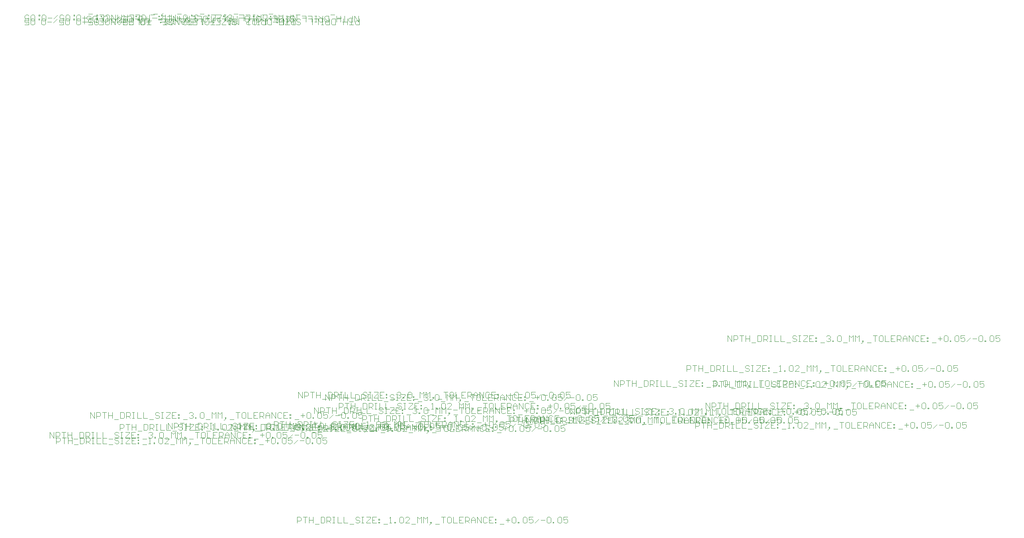
<source format=gbr>
G04*
G04 #@! TF.GenerationSoftware,Altium Limited,Altium Designer,22.4.2 (48)*
G04*
G04 Layer_Color=8388736*
%FSLAX25Y25*%
%MOIN*%
G70*
G04*
G04 #@! TF.SameCoordinates,7713EA0D-6249-4CA7-80EE-CA65CFE05E5E*
G04*
G04*
G04 #@! TF.FilePolarity,Positive*
G04*
G01*
G75*
%ADD81C,0.00300*%
D81*
X280366Y437077D02*
Y432079D01*
X277033Y437077D01*
Y432079D01*
X275367Y437077D02*
Y432079D01*
X272868D01*
X272035Y432912D01*
Y434578D01*
X272868Y435411D01*
X275367D01*
X270369Y432079D02*
X267037D01*
X268703D01*
Y437077D01*
X265371Y432079D02*
Y437077D01*
Y434578D01*
X262038D01*
Y432079D01*
Y437077D01*
X260372Y437910D02*
X257040D01*
X255374Y432079D02*
Y437077D01*
X252875D01*
X252042Y436244D01*
Y432912D01*
X252875Y432079D01*
X255374D01*
X250376Y437077D02*
Y432079D01*
X247876D01*
X247043Y432912D01*
Y434578D01*
X247876Y435411D01*
X250376D01*
X248709D02*
X247043Y437077D01*
X245377Y432079D02*
X243711D01*
X244544D01*
Y437077D01*
X245377D01*
X243711D01*
X241212Y432079D02*
Y437077D01*
X237879D01*
X236213Y432079D02*
Y437077D01*
X232881D01*
X231215Y437910D02*
X227883D01*
X222884Y432912D02*
X223717Y432079D01*
X225384D01*
X226217Y432912D01*
Y433745D01*
X225384Y434578D01*
X223717D01*
X222884Y435411D01*
Y436244D01*
X223717Y437077D01*
X225384D01*
X226217Y436244D01*
X221218Y432079D02*
X219552D01*
X220385D01*
Y437077D01*
X221218D01*
X219552D01*
X217053Y432079D02*
X213721D01*
Y432912D01*
X217053Y436244D01*
Y437077D01*
X213721D01*
X208722Y432079D02*
X212055D01*
Y437077D01*
X208722D01*
X212055Y434578D02*
X210388D01*
X207056Y433745D02*
X206223D01*
Y434578D01*
X207056D01*
Y433745D01*
Y436244D02*
X206223D01*
Y437077D01*
X207056D01*
Y436244D01*
X202891Y437910D02*
X199559D01*
X197892Y432912D02*
X197059Y432079D01*
X195393D01*
X194560Y432912D01*
Y433745D01*
X195393Y434578D01*
X196226D01*
X195393D01*
X194560Y435411D01*
Y436244D01*
X195393Y437077D01*
X197059D01*
X197892Y436244D01*
X192894Y437077D02*
Y436244D01*
X192061D01*
Y437077D01*
X192894D01*
X188729Y432912D02*
X187896Y432079D01*
X186230D01*
X185397Y432912D01*
Y436244D01*
X186230Y437077D01*
X187896D01*
X188729Y436244D01*
Y432912D01*
X183730Y437910D02*
X180398D01*
X178732Y437077D02*
Y432079D01*
X177066Y433745D01*
X175400Y432079D01*
Y437077D01*
X173734D02*
Y432079D01*
X172067Y433745D01*
X170401Y432079D01*
Y437077D01*
X167902Y437910D02*
X167069Y437077D01*
Y436244D01*
X167902D01*
Y437077D01*
X167069D01*
X167902Y437910D01*
X168735Y438743D01*
X163737Y437910D02*
X160405D01*
X158739Y432079D02*
X155406D01*
X157072D01*
Y437077D01*
X151241Y432079D02*
X152907D01*
X153740Y432912D01*
Y436244D01*
X152907Y437077D01*
X151241D01*
X150408Y436244D01*
Y432912D01*
X151241Y432079D01*
X148742D02*
Y437077D01*
X145410D01*
X140411Y432079D02*
X143743D01*
Y437077D01*
X140411D01*
X143743Y434578D02*
X142077D01*
X138745Y437077D02*
Y432079D01*
X136246D01*
X135413Y432912D01*
Y434578D01*
X136246Y435411D01*
X138745D01*
X137079D02*
X135413Y437077D01*
X133747D02*
Y433745D01*
X132080Y432079D01*
X130414Y433745D01*
Y437077D01*
Y434578D01*
X133747D01*
X128748Y437077D02*
Y432079D01*
X125416Y437077D01*
Y432079D01*
X120418Y432912D02*
X121251Y432079D01*
X122917D01*
X123750Y432912D01*
Y436244D01*
X122917Y437077D01*
X121251D01*
X120418Y436244D01*
X115419Y432079D02*
X118752D01*
Y437077D01*
X115419D01*
X118752Y434578D02*
X117085D01*
X113753Y433745D02*
X112920D01*
Y434578D01*
X113753D01*
Y433745D01*
Y436244D02*
X112920D01*
Y437077D01*
X113753D01*
Y436244D01*
X109588Y437910D02*
X106255D01*
X104589Y434578D02*
X101257D01*
X102923Y432912D02*
Y436244D01*
X99591Y432912D02*
X98758Y432079D01*
X97092D01*
X96259Y432912D01*
Y436244D01*
X97092Y437077D01*
X98758D01*
X99591Y436244D01*
Y432912D01*
X94593Y437077D02*
Y436244D01*
X93760D01*
Y437077D01*
X94593D01*
X90427Y432912D02*
X89594Y432079D01*
X87928D01*
X87095Y432912D01*
Y436244D01*
X87928Y437077D01*
X89594D01*
X90427Y436244D01*
Y432912D01*
X82097Y432079D02*
X85429D01*
Y434578D01*
X83763Y433745D01*
X82930D01*
X82097Y434578D01*
Y436244D01*
X82930Y437077D01*
X84596D01*
X85429Y436244D01*
X80431Y437077D02*
X77098Y433745D01*
X75432Y434578D02*
X72100D01*
X70434Y432912D02*
X69601Y432079D01*
X67935D01*
X67102Y432912D01*
Y436244D01*
X67935Y437077D01*
X69601D01*
X70434Y436244D01*
Y432912D01*
X65435Y437077D02*
Y436244D01*
X64602D01*
Y437077D01*
X65435D01*
X61270Y432912D02*
X60437Y432079D01*
X58771D01*
X57938Y432912D01*
Y436244D01*
X58771Y437077D01*
X60437D01*
X61270Y436244D01*
Y432912D01*
X52939Y432079D02*
X56272D01*
Y434578D01*
X54606Y433745D01*
X53772D01*
X52939Y434578D01*
Y436244D01*
X53772Y437077D01*
X55439D01*
X56272Y436244D01*
X280848Y434636D02*
Y429638D01*
X278349D01*
X277516Y430471D01*
Y432137D01*
X278349Y432970D01*
X280848D01*
X275850Y429638D02*
X272517D01*
X274184D01*
Y434636D01*
X270851Y429638D02*
Y434636D01*
Y432137D01*
X267519D01*
Y429638D01*
Y434636D01*
X265853Y435469D02*
X262521D01*
X260855Y429638D02*
Y434636D01*
X258355D01*
X257522Y433803D01*
Y430471D01*
X258355Y429638D01*
X260855D01*
X255856Y434636D02*
Y429638D01*
X253357D01*
X252524Y430471D01*
Y432137D01*
X253357Y432970D01*
X255856D01*
X254190D02*
X252524Y434636D01*
X250858Y429638D02*
X249192D01*
X250025D01*
Y434636D01*
X250858D01*
X249192D01*
X246692Y429638D02*
Y434636D01*
X243360D01*
X241694Y429638D02*
Y434636D01*
X238362D01*
X236696Y435469D02*
X233364D01*
X228365Y430471D02*
X229198Y429638D01*
X230864D01*
X231697Y430471D01*
Y431304D01*
X230864Y432137D01*
X229198D01*
X228365Y432970D01*
Y433803D01*
X229198Y434636D01*
X230864D01*
X231697Y433803D01*
X226699Y429638D02*
X225033D01*
X225866D01*
Y434636D01*
X226699D01*
X225033D01*
X222534Y429638D02*
X219201D01*
Y430471D01*
X222534Y433803D01*
Y434636D01*
X219201D01*
X214203Y429638D02*
X217535D01*
Y434636D01*
X214203D01*
X217535Y432137D02*
X215869D01*
X212537Y431304D02*
X211704D01*
Y432137D01*
X212537D01*
Y431304D01*
Y433803D02*
X211704D01*
Y434636D01*
X212537D01*
Y433803D01*
X208371Y435469D02*
X205039D01*
X203373Y434636D02*
X201707D01*
X202540D01*
Y429638D01*
X203373Y430471D01*
X199208Y434636D02*
Y433803D01*
X198375D01*
Y434636D01*
X199208D01*
X195043Y430471D02*
X194210Y429638D01*
X192543D01*
X191710Y430471D01*
Y433803D01*
X192543Y434636D01*
X194210D01*
X195043Y433803D01*
Y430471D01*
X186712Y434636D02*
X190044D01*
X186712Y431304D01*
Y430471D01*
X187545Y429638D01*
X189211D01*
X190044Y430471D01*
X185046Y435469D02*
X181713D01*
X180047Y434636D02*
Y429638D01*
X178381Y431304D01*
X176715Y429638D01*
Y434636D01*
X175049D02*
Y429638D01*
X173383Y431304D01*
X171717Y429638D01*
Y434636D01*
X169218Y435469D02*
X168385Y434636D01*
Y433803D01*
X169218D01*
Y434636D01*
X168385D01*
X169218Y435469D01*
X170051Y436303D01*
X165052Y435469D02*
X161720D01*
X160054Y429638D02*
X156722D01*
X158388D01*
Y434636D01*
X152556Y429638D02*
X154222D01*
X155055Y430471D01*
Y433803D01*
X154222Y434636D01*
X152556D01*
X151723Y433803D01*
Y430471D01*
X152556Y429638D01*
X150057D02*
Y434636D01*
X146725D01*
X141727Y429638D02*
X145059D01*
Y434636D01*
X141727D01*
X145059Y432137D02*
X143393D01*
X140060Y434636D02*
Y429638D01*
X137561D01*
X136728Y430471D01*
Y432137D01*
X137561Y432970D01*
X140060D01*
X138394D02*
X136728Y434636D01*
X135062D02*
Y431304D01*
X133396Y429638D01*
X131730Y431304D01*
Y434636D01*
Y432137D01*
X135062D01*
X130064Y434636D02*
Y429638D01*
X126731Y434636D01*
Y429638D01*
X121733Y430471D02*
X122566Y429638D01*
X124232D01*
X125065Y430471D01*
Y433803D01*
X124232Y434636D01*
X122566D01*
X121733Y433803D01*
X116735Y429638D02*
X120067D01*
Y434636D01*
X116735D01*
X120067Y432137D02*
X118401D01*
X115068Y431304D02*
X114235D01*
Y432137D01*
X115068D01*
Y431304D01*
Y433803D02*
X114235D01*
Y434636D01*
X115068D01*
Y433803D01*
X110903Y435469D02*
X107571D01*
X105905Y432137D02*
X102573D01*
X104239Y430471D02*
Y433803D01*
X100906Y430471D02*
X100073Y429638D01*
X98407D01*
X97574Y430471D01*
Y433803D01*
X98407Y434636D01*
X100073D01*
X100906Y433803D01*
Y430471D01*
X95908Y434636D02*
Y433803D01*
X95075D01*
Y434636D01*
X95908D01*
X91743Y430471D02*
X90910Y429638D01*
X89244D01*
X88410Y430471D01*
Y433803D01*
X89244Y434636D01*
X90910D01*
X91743Y433803D01*
Y430471D01*
X83412Y429638D02*
X86744D01*
Y432137D01*
X85078Y431304D01*
X84245D01*
X83412Y432137D01*
Y433803D01*
X84245Y434636D01*
X85911D01*
X86744Y433803D01*
X81746Y434636D02*
X78414Y431304D01*
X76748Y432137D02*
X73415D01*
X71749Y430471D02*
X70916Y429638D01*
X69250D01*
X68417Y430471D01*
Y433803D01*
X69250Y434636D01*
X70916D01*
X71749Y433803D01*
Y430471D01*
X66751Y434636D02*
Y433803D01*
X65918D01*
Y434636D01*
X66751D01*
X62586Y430471D02*
X61752Y429638D01*
X60086D01*
X59253Y430471D01*
Y433803D01*
X60086Y434636D01*
X61752D01*
X62586Y433803D01*
Y430471D01*
X54255Y429638D02*
X57587D01*
Y432137D01*
X55921Y431304D01*
X55088D01*
X54255Y432137D01*
Y433803D01*
X55088Y434636D01*
X56754D01*
X57587Y433803D01*
X589373Y164277D02*
Y169276D01*
X592705Y164277D01*
Y169276D01*
X594372Y164277D02*
Y169276D01*
X596871D01*
X597704Y168443D01*
Y166777D01*
X596871Y165944D01*
X594372D01*
X599370Y169276D02*
X602702D01*
X601036D01*
Y164277D01*
X604368Y169276D02*
Y164277D01*
Y166777D01*
X607701D01*
Y169276D01*
Y164277D01*
X609367Y163444D02*
X612699D01*
X614365Y169276D02*
Y164277D01*
X616864D01*
X617697Y165110D01*
Y168443D01*
X616864Y169276D01*
X614365D01*
X619363Y164277D02*
Y169276D01*
X621863D01*
X622696Y168443D01*
Y166777D01*
X621863Y165944D01*
X619363D01*
X621030D02*
X622696Y164277D01*
X624362Y169276D02*
X626028D01*
X625195D01*
Y164277D01*
X624362D01*
X626028D01*
X628527Y169276D02*
Y164277D01*
X631859D01*
X633526Y169276D02*
Y164277D01*
X636858D01*
X638524Y163444D02*
X641856D01*
X646854Y168443D02*
X646022Y169276D01*
X644355D01*
X643522Y168443D01*
Y167610D01*
X644355Y166777D01*
X646022D01*
X646854Y165944D01*
Y165110D01*
X646022Y164277D01*
X644355D01*
X643522Y165110D01*
X648521Y169276D02*
X650187D01*
X649354D01*
Y164277D01*
X648521D01*
X650187D01*
X652686Y169276D02*
X656018D01*
Y168443D01*
X652686Y165110D01*
Y164277D01*
X656018D01*
X661017Y169276D02*
X657684D01*
Y164277D01*
X661017D01*
X657684Y166777D02*
X659350D01*
X662683Y167610D02*
X663516D01*
Y166777D01*
X662683D01*
Y167610D01*
Y165110D02*
X663516D01*
Y164277D01*
X662683D01*
Y165110D01*
X666848Y163444D02*
X670180D01*
X671846Y168443D02*
X672680Y169276D01*
X674346D01*
X675179Y168443D01*
Y167610D01*
X674346Y166777D01*
X673513D01*
X674346D01*
X675179Y165944D01*
Y165110D01*
X674346Y164277D01*
X672680D01*
X671846Y165110D01*
X676845Y164277D02*
Y165110D01*
X677678D01*
Y164277D01*
X676845D01*
X681010Y168443D02*
X681843Y169276D01*
X683509D01*
X684342Y168443D01*
Y165110D01*
X683509Y164277D01*
X681843D01*
X681010Y165110D01*
Y168443D01*
X686009Y163444D02*
X689341D01*
X691007Y164277D02*
Y169276D01*
X692673Y167610D01*
X694339Y169276D01*
Y164277D01*
X696005D02*
Y169276D01*
X697671Y167610D01*
X699337Y169276D01*
Y164277D01*
X701837Y163444D02*
X702670Y164277D01*
Y165110D01*
X701837D01*
Y164277D01*
X702670D01*
X701837Y163444D01*
X701004Y162611D01*
X706002Y163444D02*
X709334D01*
X711000Y169276D02*
X714333D01*
X712667D01*
Y164277D01*
X718498Y169276D02*
X716832D01*
X715999Y168443D01*
Y165110D01*
X716832Y164277D01*
X718498D01*
X719331Y165110D01*
Y168443D01*
X718498Y169276D01*
X720997D02*
Y164277D01*
X724329D01*
X729328Y169276D02*
X725996D01*
Y164277D01*
X729328D01*
X725996Y166777D02*
X727662D01*
X730994Y164277D02*
Y169276D01*
X733493D01*
X734326Y168443D01*
Y166777D01*
X733493Y165944D01*
X730994D01*
X732660D02*
X734326Y164277D01*
X735992D02*
Y167610D01*
X737658Y169276D01*
X739325Y167610D01*
Y164277D01*
Y166777D01*
X735992D01*
X740991Y164277D02*
Y169276D01*
X744323Y164277D01*
Y169276D01*
X749321Y168443D02*
X748488Y169276D01*
X746822D01*
X745989Y168443D01*
Y165110D01*
X746822Y164277D01*
X748488D01*
X749321Y165110D01*
X754320Y169276D02*
X750987D01*
Y164277D01*
X754320D01*
X750987Y166777D02*
X752654D01*
X755986Y167610D02*
X756819D01*
Y166777D01*
X755986D01*
Y167610D01*
Y165110D02*
X756819D01*
Y164277D01*
X755986D01*
Y165110D01*
X760151Y163444D02*
X763483D01*
X765149Y166777D02*
X768482D01*
X766816Y168443D02*
Y165110D01*
X770148Y168443D02*
X770981Y169276D01*
X772647D01*
X773480Y168443D01*
Y165110D01*
X772647Y164277D01*
X770981D01*
X770148Y165110D01*
Y168443D01*
X775146Y164277D02*
Y165110D01*
X775979D01*
Y164277D01*
X775146D01*
X779312Y168443D02*
X780145Y169276D01*
X781811D01*
X782644Y168443D01*
Y165110D01*
X781811Y164277D01*
X780145D01*
X779312Y165110D01*
Y168443D01*
X787642Y169276D02*
X784310D01*
Y166777D01*
X785976Y167610D01*
X786809D01*
X787642Y166777D01*
Y165110D01*
X786809Y164277D01*
X785143D01*
X784310Y165110D01*
X789308Y164277D02*
X792641Y167610D01*
X794307Y166777D02*
X797639D01*
X799305Y168443D02*
X800138Y169276D01*
X801804D01*
X802637Y168443D01*
Y165110D01*
X801804Y164277D01*
X800138D01*
X799305Y165110D01*
Y168443D01*
X804303Y164277D02*
Y165110D01*
X805137D01*
Y164277D01*
X804303D01*
X808469Y168443D02*
X809302Y169276D01*
X810968D01*
X811801Y168443D01*
Y165110D01*
X810968Y164277D01*
X809302D01*
X808469Y165110D01*
Y168443D01*
X816800Y169276D02*
X813467D01*
Y166777D01*
X815133Y167610D01*
X815966D01*
X816800Y166777D01*
Y165110D01*
X815966Y164277D01*
X814300D01*
X813467Y165110D01*
X577165Y125908D02*
Y130906D01*
X579665D01*
X580498Y130073D01*
Y128407D01*
X579665Y127574D01*
X577165D01*
X582164Y130906D02*
X585496D01*
X583830D01*
Y125908D01*
X587162Y130906D02*
Y125908D01*
Y128407D01*
X590494D01*
Y130906D01*
Y125908D01*
X592160Y125075D02*
X595493D01*
X597159Y130906D02*
Y125908D01*
X599658D01*
X600491Y126741D01*
Y130073D01*
X599658Y130906D01*
X597159D01*
X602157Y125908D02*
Y130906D01*
X604656D01*
X605489Y130073D01*
Y128407D01*
X604656Y127574D01*
X602157D01*
X603823D02*
X605489Y125908D01*
X607156Y130906D02*
X608822D01*
X607989D01*
Y125908D01*
X607156D01*
X608822D01*
X611321Y130906D02*
Y125908D01*
X614653D01*
X616319Y130906D02*
Y125908D01*
X619652D01*
X621318Y125075D02*
X624650D01*
X629648Y130073D02*
X628815Y130906D01*
X627149D01*
X626316Y130073D01*
Y129240D01*
X627149Y128407D01*
X628815D01*
X629648Y127574D01*
Y126741D01*
X628815Y125908D01*
X627149D01*
X626316Y126741D01*
X631314Y130906D02*
X632981D01*
X632148D01*
Y125908D01*
X631314D01*
X632981D01*
X635480Y130906D02*
X638812D01*
Y130073D01*
X635480Y126741D01*
Y125908D01*
X638812D01*
X643810Y130906D02*
X640478D01*
Y125908D01*
X643810D01*
X640478Y128407D02*
X642144D01*
X645476Y129240D02*
X646310D01*
Y128407D01*
X645476D01*
Y129240D01*
Y126741D02*
X646310D01*
Y125908D01*
X645476D01*
Y126741D01*
X649642Y125075D02*
X652974D01*
X654640Y125908D02*
X656306D01*
X655473D01*
Y130906D01*
X654640Y130073D01*
X658806Y125908D02*
Y126741D01*
X659639D01*
Y125908D01*
X658806D01*
X662971Y130073D02*
X663804Y130906D01*
X665470D01*
X666303Y130073D01*
Y126741D01*
X665470Y125908D01*
X663804D01*
X662971Y126741D01*
Y130073D01*
X671302Y125908D02*
X667969D01*
X671302Y129240D01*
Y130073D01*
X670468Y130906D01*
X668802D01*
X667969Y130073D01*
X672968Y125075D02*
X676300D01*
X677966Y125908D02*
Y130906D01*
X679632Y129240D01*
X681298Y130906D01*
Y125908D01*
X682964D02*
Y130906D01*
X684630Y129240D01*
X686297Y130906D01*
Y125908D01*
X688796Y125075D02*
X689629Y125908D01*
Y126741D01*
X688796D01*
Y125908D01*
X689629D01*
X688796Y125075D01*
X687963Y124242D01*
X692961Y125075D02*
X696293D01*
X697960Y130906D02*
X701292D01*
X699626D01*
Y125908D01*
X705457Y130906D02*
X703791D01*
X702958Y130073D01*
Y126741D01*
X703791Y125908D01*
X705457D01*
X706290Y126741D01*
Y130073D01*
X705457Y130906D01*
X707956D02*
Y125908D01*
X711288D01*
X716287Y130906D02*
X712955D01*
Y125908D01*
X716287D01*
X712955Y128407D02*
X714621D01*
X717953Y125908D02*
Y130906D01*
X720452D01*
X721285Y130073D01*
Y128407D01*
X720452Y127574D01*
X717953D01*
X719619D02*
X721285Y125908D01*
X722951D02*
Y129240D01*
X724617Y130906D01*
X726284Y129240D01*
Y125908D01*
Y128407D01*
X722951D01*
X727950Y125908D02*
Y130906D01*
X731282Y125908D01*
Y130906D01*
X736280Y130073D02*
X735447Y130906D01*
X733781D01*
X732948Y130073D01*
Y126741D01*
X733781Y125908D01*
X735447D01*
X736280Y126741D01*
X741279Y130906D02*
X737947D01*
Y125908D01*
X741279D01*
X737947Y128407D02*
X739613D01*
X742945Y129240D02*
X743778D01*
Y128407D01*
X742945D01*
Y129240D01*
Y126741D02*
X743778D01*
Y125908D01*
X742945D01*
Y126741D01*
X747110Y125075D02*
X750443D01*
X752109Y128407D02*
X755441D01*
X753775Y130073D02*
Y126741D01*
X757107Y130073D02*
X757940Y130906D01*
X759606D01*
X760439Y130073D01*
Y126741D01*
X759606Y125908D01*
X757940D01*
X757107Y126741D01*
Y130073D01*
X762105Y125908D02*
Y126741D01*
X762938D01*
Y125908D01*
X762105D01*
X766271Y130073D02*
X767104Y130906D01*
X768770D01*
X769603Y130073D01*
Y126741D01*
X768770Y125908D01*
X767104D01*
X766271Y126741D01*
Y130073D01*
X774601Y130906D02*
X771269D01*
Y128407D01*
X772935Y129240D01*
X773768D01*
X774601Y128407D01*
Y126741D01*
X773768Y125908D01*
X772102D01*
X771269Y126741D01*
X776267Y125908D02*
X779600Y129240D01*
X781266Y128407D02*
X784598D01*
X786264Y130073D02*
X787097Y130906D01*
X788763D01*
X789597Y130073D01*
Y126741D01*
X788763Y125908D01*
X787097D01*
X786264Y126741D01*
Y130073D01*
X791263Y125908D02*
Y126741D01*
X792096D01*
Y125908D01*
X791263D01*
X795428Y130073D02*
X796261Y130906D01*
X797927D01*
X798760Y130073D01*
Y126741D01*
X797927Y125908D01*
X796261D01*
X795428Y126741D01*
Y130073D01*
X803759Y130906D02*
X800426D01*
Y128407D01*
X802092Y129240D01*
X802925D01*
X803759Y128407D01*
Y126741D01*
X802925Y125908D01*
X801259D01*
X800426Y126741D01*
X570866Y107874D02*
Y112872D01*
X574198Y107874D01*
Y112872D01*
X575865Y107874D02*
Y112872D01*
X578364D01*
X579197Y112039D01*
Y110373D01*
X578364Y109540D01*
X575865D01*
X580863Y112872D02*
X584195D01*
X582529D01*
Y107874D01*
X585861Y112872D02*
Y107874D01*
Y110373D01*
X589193D01*
Y112872D01*
Y107874D01*
X590860Y107041D02*
X594192D01*
X595858Y112872D02*
Y107874D01*
X598357D01*
X599190Y108707D01*
Y112039D01*
X598357Y112872D01*
X595858D01*
X600856Y107874D02*
Y112872D01*
X603356D01*
X604189Y112039D01*
Y110373D01*
X603356Y109540D01*
X600856D01*
X602523D02*
X604189Y107874D01*
X605855Y112872D02*
X607521D01*
X606688D01*
Y107874D01*
X605855D01*
X607521D01*
X610020Y112872D02*
Y107874D01*
X613352D01*
X615019Y112872D02*
Y107874D01*
X618351D01*
X620017Y107041D02*
X623349D01*
X628347Y112039D02*
X627515Y112872D01*
X625848D01*
X625015Y112039D01*
Y111206D01*
X625848Y110373D01*
X627515D01*
X628347Y109540D01*
Y108707D01*
X627515Y107874D01*
X625848D01*
X625015Y108707D01*
X630014Y112872D02*
X631680D01*
X630847D01*
Y107874D01*
X630014D01*
X631680D01*
X634179Y112872D02*
X637511D01*
Y112039D01*
X634179Y108707D01*
Y107874D01*
X637511D01*
X642510Y112872D02*
X639177D01*
Y107874D01*
X642510D01*
X639177Y110373D02*
X640843D01*
X644176Y111206D02*
X645009D01*
Y110373D01*
X644176D01*
Y111206D01*
Y108707D02*
X645009D01*
Y107874D01*
X644176D01*
Y108707D01*
X648341Y107041D02*
X651673D01*
X653339Y112039D02*
X654173Y112872D01*
X655839D01*
X656672Y112039D01*
Y111206D01*
X655839Y110373D01*
X655006D01*
X655839D01*
X656672Y109540D01*
Y108707D01*
X655839Y107874D01*
X654173D01*
X653339Y108707D01*
X658338Y107874D02*
Y108707D01*
X659171D01*
Y107874D01*
X658338D01*
X662503Y112039D02*
X663336Y112872D01*
X665002D01*
X665835Y112039D01*
Y108707D01*
X665002Y107874D01*
X663336D01*
X662503Y108707D01*
Y112039D01*
X667501Y107041D02*
X670834D01*
X672500Y107874D02*
Y112872D01*
X674166Y111206D01*
X675832Y112872D01*
Y107874D01*
X677498D02*
Y112872D01*
X679164Y111206D01*
X680830Y112872D01*
Y107874D01*
X683330Y107041D02*
X684163Y107874D01*
Y108707D01*
X683330D01*
Y107874D01*
X684163D01*
X683330Y107041D01*
X682497Y106208D01*
X687495Y107041D02*
X690827D01*
X692493Y112872D02*
X695826D01*
X694160D01*
Y107874D01*
X699991Y112872D02*
X698325D01*
X697492Y112039D01*
Y108707D01*
X698325Y107874D01*
X699991D01*
X700824Y108707D01*
Y112039D01*
X699991Y112872D01*
X702490D02*
Y107874D01*
X705822D01*
X710821Y112872D02*
X707488D01*
Y107874D01*
X710821D01*
X707488Y110373D02*
X709155D01*
X712487Y107874D02*
Y112872D01*
X714986D01*
X715819Y112039D01*
Y110373D01*
X714986Y109540D01*
X712487D01*
X714153D02*
X715819Y107874D01*
X717485D02*
Y111206D01*
X719151Y112872D01*
X720818Y111206D01*
Y107874D01*
Y110373D01*
X717485D01*
X722484Y107874D02*
Y112872D01*
X725816Y107874D01*
Y112872D01*
X730814Y112039D02*
X729981Y112872D01*
X728315D01*
X727482Y112039D01*
Y108707D01*
X728315Y107874D01*
X729981D01*
X730814Y108707D01*
X735813Y112872D02*
X732480D01*
Y107874D01*
X735813D01*
X732480Y110373D02*
X734147D01*
X737479Y111206D02*
X738312D01*
Y110373D01*
X737479D01*
Y111206D01*
Y108707D02*
X738312D01*
Y107874D01*
X737479D01*
Y108707D01*
X741644Y107041D02*
X744976D01*
X746642Y110373D02*
X749975D01*
X748309Y112039D02*
Y108707D01*
X751641Y112039D02*
X752474Y112872D01*
X754140D01*
X754973Y112039D01*
Y108707D01*
X754140Y107874D01*
X752474D01*
X751641Y108707D01*
Y112039D01*
X756639Y107874D02*
Y108707D01*
X757472D01*
Y107874D01*
X756639D01*
X760805Y112039D02*
X761638Y112872D01*
X763304D01*
X764137Y112039D01*
Y108707D01*
X763304Y107874D01*
X761638D01*
X760805Y108707D01*
Y112039D01*
X769135Y112872D02*
X765803D01*
Y110373D01*
X767469Y111206D01*
X768302D01*
X769135Y110373D01*
Y108707D01*
X768302Y107874D01*
X766636D01*
X765803Y108707D01*
X770801Y107874D02*
X774134Y111206D01*
X775800Y110373D02*
X779132D01*
X780798Y112039D02*
X781631Y112872D01*
X783297D01*
X784130Y112039D01*
Y108707D01*
X783297Y107874D01*
X781631D01*
X780798Y108707D01*
Y112039D01*
X785796Y107874D02*
Y108707D01*
X786630D01*
Y107874D01*
X785796D01*
X789962Y112039D02*
X790795Y112872D01*
X792461D01*
X793294Y112039D01*
Y108707D01*
X792461Y107874D01*
X790795D01*
X789962Y108707D01*
Y112039D01*
X798292Y112872D02*
X794960D01*
Y110373D01*
X796626Y111206D01*
X797459D01*
X798292Y110373D01*
Y108707D01*
X797459Y107874D01*
X795793D01*
X794960Y108707D01*
X554939Y139294D02*
Y144292D01*
X557438D01*
X558271Y143459D01*
Y141793D01*
X557438Y140960D01*
X554939D01*
X559937Y144292D02*
X563270D01*
X561604D01*
Y139294D01*
X564936Y144292D02*
Y139294D01*
Y141793D01*
X568268D01*
Y144292D01*
Y139294D01*
X569934Y138461D02*
X573267D01*
X574933Y144292D02*
Y139294D01*
X577432D01*
X578265Y140127D01*
Y143459D01*
X577432Y144292D01*
X574933D01*
X579931Y139294D02*
Y144292D01*
X582430D01*
X583263Y143459D01*
Y141793D01*
X582430Y140960D01*
X579931D01*
X581597D02*
X583263Y139294D01*
X584929Y144292D02*
X586595D01*
X585762D01*
Y139294D01*
X584929D01*
X586595D01*
X589095Y144292D02*
Y139294D01*
X592427D01*
X594093Y144292D02*
Y139294D01*
X597425D01*
X599091Y138461D02*
X602424D01*
X607422Y143459D02*
X606589Y144292D01*
X604923D01*
X604090Y143459D01*
Y142626D01*
X604923Y141793D01*
X606589D01*
X607422Y140960D01*
Y140127D01*
X606589Y139294D01*
X604923D01*
X604090Y140127D01*
X609088Y144292D02*
X610754D01*
X609921D01*
Y139294D01*
X609088D01*
X610754D01*
X613253Y144292D02*
X616586D01*
Y143459D01*
X613253Y140127D01*
Y139294D01*
X616586D01*
X621584Y144292D02*
X618252D01*
Y139294D01*
X621584D01*
X618252Y141793D02*
X619918D01*
X623250Y142626D02*
X624083D01*
Y141793D01*
X623250D01*
Y142626D01*
Y140127D02*
X624083D01*
Y139294D01*
X623250D01*
Y140127D01*
X627416Y138461D02*
X630748D01*
X632414Y139294D02*
X634080D01*
X633247D01*
Y144292D01*
X632414Y143459D01*
X636579Y139294D02*
Y140127D01*
X637412D01*
Y139294D01*
X636579D01*
X640745Y143459D02*
X641578Y144292D01*
X643244D01*
X644077Y143459D01*
Y140127D01*
X643244Y139294D01*
X641578D01*
X640745Y140127D01*
Y143459D01*
X649075Y139294D02*
X645743D01*
X649075Y142626D01*
Y143459D01*
X648242Y144292D01*
X646576D01*
X645743Y143459D01*
X650741Y138461D02*
X654074D01*
X655740Y139294D02*
Y144292D01*
X657406Y142626D01*
X659072Y144292D01*
Y139294D01*
X660738D02*
Y144292D01*
X662404Y142626D01*
X664070Y144292D01*
Y139294D01*
X666570Y138461D02*
X667403Y139294D01*
Y140127D01*
X666570D01*
Y139294D01*
X667403D01*
X666570Y138461D01*
X665736Y137628D01*
X670735Y138461D02*
X674067D01*
X675733Y144292D02*
X679066D01*
X677399D01*
Y139294D01*
X683231Y144292D02*
X681565D01*
X680732Y143459D01*
Y140127D01*
X681565Y139294D01*
X683231D01*
X684064Y140127D01*
Y143459D01*
X683231Y144292D01*
X685730D02*
Y139294D01*
X689062D01*
X694061Y144292D02*
X690728D01*
Y139294D01*
X694061D01*
X690728Y141793D02*
X692395D01*
X695727Y139294D02*
Y144292D01*
X698226D01*
X699059Y143459D01*
Y141793D01*
X698226Y140960D01*
X695727D01*
X697393D02*
X699059Y139294D01*
X700725D02*
Y142626D01*
X702391Y144292D01*
X704058Y142626D01*
Y139294D01*
Y141793D01*
X700725D01*
X705724Y139294D02*
Y144292D01*
X709056Y139294D01*
Y144292D01*
X714054Y143459D02*
X713221Y144292D01*
X711555D01*
X710722Y143459D01*
Y140127D01*
X711555Y139294D01*
X713221D01*
X714054Y140127D01*
X719053Y144292D02*
X715720D01*
Y139294D01*
X719053D01*
X715720Y141793D02*
X717386D01*
X720719Y142626D02*
X721552D01*
Y141793D01*
X720719D01*
Y142626D01*
Y140127D02*
X721552D01*
Y139294D01*
X720719D01*
Y140127D01*
X724884Y138461D02*
X728216D01*
X729882Y141793D02*
X733215D01*
X731549Y143459D02*
Y140127D01*
X734881Y143459D02*
X735714Y144292D01*
X737380D01*
X738213Y143459D01*
Y140127D01*
X737380Y139294D01*
X735714D01*
X734881Y140127D01*
Y143459D01*
X739879Y139294D02*
Y140127D01*
X740712D01*
Y139294D01*
X739879D01*
X744044Y143459D02*
X744878Y144292D01*
X746544D01*
X747377Y143459D01*
Y140127D01*
X746544Y139294D01*
X744878D01*
X744044Y140127D01*
Y143459D01*
X752375Y144292D02*
X749043D01*
Y141793D01*
X750709Y142626D01*
X751542D01*
X752375Y141793D01*
Y140127D01*
X751542Y139294D01*
X749876D01*
X749043Y140127D01*
X754041Y139294D02*
X757374Y142626D01*
X759040Y141793D02*
X762372D01*
X764038Y143459D02*
X764871Y144292D01*
X766537D01*
X767370Y143459D01*
Y140127D01*
X766537Y139294D01*
X764871D01*
X764038Y140127D01*
Y143459D01*
X769036Y139294D02*
Y140127D01*
X769870D01*
Y139294D01*
X769036D01*
X773202Y143459D02*
X774035Y144292D01*
X775701D01*
X776534Y143459D01*
Y140127D01*
X775701Y139294D01*
X774035D01*
X773202Y140127D01*
Y143459D01*
X781532Y144292D02*
X778200D01*
Y141793D01*
X779866Y142626D01*
X780699D01*
X781532Y141793D01*
Y140127D01*
X780699Y139294D01*
X779033D01*
X778200Y140127D01*
X494130Y126695D02*
Y131694D01*
X497463Y126695D01*
Y131694D01*
X499129Y126695D02*
Y131694D01*
X501628D01*
X502461Y130861D01*
Y129194D01*
X501628Y128361D01*
X499129D01*
X504127Y131694D02*
X507459D01*
X505793D01*
Y126695D01*
X509125Y131694D02*
Y126695D01*
Y129194D01*
X512458D01*
Y131694D01*
Y126695D01*
X514124Y125862D02*
X517456D01*
X519122Y131694D02*
Y126695D01*
X521621D01*
X522454Y127528D01*
Y130861D01*
X521621Y131694D01*
X519122D01*
X524121Y126695D02*
Y131694D01*
X526620D01*
X527453Y130861D01*
Y129194D01*
X526620Y128361D01*
X524121D01*
X525787D02*
X527453Y126695D01*
X529119Y131694D02*
X530785D01*
X529952D01*
Y126695D01*
X529119D01*
X530785D01*
X533284Y131694D02*
Y126695D01*
X536617D01*
X538283Y131694D02*
Y126695D01*
X541615D01*
X543281Y125862D02*
X546613D01*
X551612Y130861D02*
X550778Y131694D01*
X549112D01*
X548279Y130861D01*
Y130027D01*
X549112Y129194D01*
X550778D01*
X551612Y128361D01*
Y127528D01*
X550778Y126695D01*
X549112D01*
X548279Y127528D01*
X553278Y131694D02*
X554944D01*
X554111D01*
Y126695D01*
X553278D01*
X554944D01*
X557443Y131694D02*
X560775D01*
Y130861D01*
X557443Y127528D01*
Y126695D01*
X560775D01*
X565774Y131694D02*
X562441D01*
Y126695D01*
X565774D01*
X562441Y129194D02*
X564108D01*
X567440Y130027D02*
X568273D01*
Y129194D01*
X567440D01*
Y130027D01*
Y127528D02*
X568273D01*
Y126695D01*
X567440D01*
Y127528D01*
X571605Y125862D02*
X574937D01*
X576604Y130861D02*
X577437Y131694D01*
X579103D01*
X579936Y130861D01*
Y130027D01*
X579103Y129194D01*
X578270D01*
X579103D01*
X579936Y128361D01*
Y127528D01*
X579103Y126695D01*
X577437D01*
X576604Y127528D01*
X581602Y126695D02*
Y127528D01*
X582435D01*
Y126695D01*
X581602D01*
X585767Y130861D02*
X586600Y131694D01*
X588266D01*
X589100Y130861D01*
Y127528D01*
X588266Y126695D01*
X586600D01*
X585767Y127528D01*
Y130861D01*
X590766Y125862D02*
X594098D01*
X595764Y126695D02*
Y131694D01*
X597430Y130027D01*
X599096Y131694D01*
Y126695D01*
X600762D02*
Y131694D01*
X602428Y130027D01*
X604095Y131694D01*
Y126695D01*
X606594Y125862D02*
X607427Y126695D01*
Y127528D01*
X606594D01*
Y126695D01*
X607427D01*
X606594Y125862D01*
X605761Y125029D01*
X610759Y125862D02*
X614091D01*
X615758Y131694D02*
X619090D01*
X617424D01*
Y126695D01*
X623255Y131694D02*
X621589D01*
X620756Y130861D01*
Y127528D01*
X621589Y126695D01*
X623255D01*
X624088Y127528D01*
Y130861D01*
X623255Y131694D01*
X625754D02*
Y126695D01*
X629086D01*
X634085Y131694D02*
X630753D01*
Y126695D01*
X634085D01*
X630753Y129194D02*
X632419D01*
X635751Y126695D02*
Y131694D01*
X638250D01*
X639083Y130861D01*
Y129194D01*
X638250Y128361D01*
X635751D01*
X637417D02*
X639083Y126695D01*
X640749D02*
Y130027D01*
X642416Y131694D01*
X644082Y130027D01*
Y126695D01*
Y129194D01*
X640749D01*
X645748Y126695D02*
Y131694D01*
X649080Y126695D01*
Y131694D01*
X654078Y130861D02*
X653245Y131694D01*
X651579D01*
X650746Y130861D01*
Y127528D01*
X651579Y126695D01*
X653245D01*
X654078Y127528D01*
X659077Y131694D02*
X655745D01*
Y126695D01*
X659077D01*
X655745Y129194D02*
X657411D01*
X660743Y130027D02*
X661576D01*
Y129194D01*
X660743D01*
Y130027D01*
Y127528D02*
X661576D01*
Y126695D01*
X660743D01*
Y127528D01*
X664908Y125862D02*
X668240D01*
X669907Y129194D02*
X673239D01*
X671573Y130861D02*
Y127528D01*
X674905Y130861D02*
X675738Y131694D01*
X677404D01*
X678237Y130861D01*
Y127528D01*
X677404Y126695D01*
X675738D01*
X674905Y127528D01*
Y130861D01*
X679903Y126695D02*
Y127528D01*
X680736D01*
Y126695D01*
X679903D01*
X684069Y130861D02*
X684902Y131694D01*
X686568D01*
X687401Y130861D01*
Y127528D01*
X686568Y126695D01*
X684902D01*
X684069Y127528D01*
Y130861D01*
X692399Y131694D02*
X689067D01*
Y129194D01*
X690733Y130027D01*
X691566D01*
X692399Y129194D01*
Y127528D01*
X691566Y126695D01*
X689900D01*
X689067Y127528D01*
X694066Y126695D02*
X697398Y130027D01*
X699064Y129194D02*
X702396D01*
X704062Y130861D02*
X704895Y131694D01*
X706561D01*
X707395Y130861D01*
Y127528D01*
X706561Y126695D01*
X704895D01*
X704062Y127528D01*
Y130861D01*
X709061Y126695D02*
Y127528D01*
X709894D01*
Y126695D01*
X709061D01*
X713226Y130861D02*
X714059Y131694D01*
X715725D01*
X716558Y130861D01*
Y127528D01*
X715725Y126695D01*
X714059D01*
X713226Y127528D01*
Y130861D01*
X721557Y131694D02*
X718224D01*
Y129194D01*
X719890Y130027D01*
X720723D01*
X721557Y129194D01*
Y127528D01*
X720723Y126695D01*
X719057D01*
X718224Y127528D01*
X562205Y91732D02*
Y96731D01*
X564704D01*
X565537Y95898D01*
Y94231D01*
X564704Y93398D01*
X562205D01*
X567203Y96731D02*
X570535D01*
X568869D01*
Y91732D01*
X572201Y96731D02*
Y91732D01*
Y94231D01*
X575534D01*
Y96731D01*
Y91732D01*
X577200Y90899D02*
X580532D01*
X582198Y96731D02*
Y91732D01*
X584697D01*
X585531Y92565D01*
Y95898D01*
X584697Y96731D01*
X582198D01*
X587197Y91732D02*
Y96731D01*
X589696D01*
X590529Y95898D01*
Y94231D01*
X589696Y93398D01*
X587197D01*
X588863D02*
X590529Y91732D01*
X592195Y96731D02*
X593861D01*
X593028D01*
Y91732D01*
X592195D01*
X593861D01*
X596360Y96731D02*
Y91732D01*
X599693D01*
X601359Y96731D02*
Y91732D01*
X604691D01*
X606357Y90899D02*
X609689D01*
X614688Y95898D02*
X613855Y96731D01*
X612188D01*
X611355Y95898D01*
Y95065D01*
X612188Y94231D01*
X613855D01*
X614688Y93398D01*
Y92565D01*
X613855Y91732D01*
X612188D01*
X611355Y92565D01*
X616354Y96731D02*
X618020D01*
X617187D01*
Y91732D01*
X616354D01*
X618020D01*
X620519Y96731D02*
X623851D01*
Y95898D01*
X620519Y92565D01*
Y91732D01*
X623851D01*
X628850Y96731D02*
X625518D01*
Y91732D01*
X628850D01*
X625518Y94231D02*
X627184D01*
X630516Y95065D02*
X631349D01*
Y94231D01*
X630516D01*
Y95065D01*
Y92565D02*
X631349D01*
Y91732D01*
X630516D01*
Y92565D01*
X634681Y90899D02*
X638014D01*
X639680Y91732D02*
X641346D01*
X640513D01*
Y96731D01*
X639680Y95898D01*
X643845Y91732D02*
Y92565D01*
X644678D01*
Y91732D01*
X643845D01*
X648010Y95898D02*
X648843Y96731D01*
X650510D01*
X651342Y95898D01*
Y92565D01*
X650510Y91732D01*
X648843D01*
X648010Y92565D01*
Y95898D01*
X656341Y91732D02*
X653009D01*
X656341Y95065D01*
Y95898D01*
X655508Y96731D01*
X653842D01*
X653009Y95898D01*
X658007Y90899D02*
X661339D01*
X663005Y91732D02*
Y96731D01*
X664672Y95065D01*
X666338Y96731D01*
Y91732D01*
X668004D02*
Y96731D01*
X669670Y95065D01*
X671336Y96731D01*
Y91732D01*
X673835Y90899D02*
X674668Y91732D01*
Y92565D01*
X673835D01*
Y91732D01*
X674668D01*
X673835Y90899D01*
X673002Y90066D01*
X678000Y90899D02*
X681333D01*
X682999Y96731D02*
X686331D01*
X684665D01*
Y91732D01*
X690496Y96731D02*
X688830D01*
X687997Y95898D01*
Y92565D01*
X688830Y91732D01*
X690496D01*
X691330Y92565D01*
Y95898D01*
X690496Y96731D01*
X692996D02*
Y91732D01*
X696328D01*
X701326Y96731D02*
X697994D01*
Y91732D01*
X701326D01*
X697994Y94231D02*
X699660D01*
X702992Y91732D02*
Y96731D01*
X705492D01*
X706325Y95898D01*
Y94231D01*
X705492Y93398D01*
X702992D01*
X704659D02*
X706325Y91732D01*
X707991D02*
Y95065D01*
X709657Y96731D01*
X711323Y95065D01*
Y91732D01*
Y94231D01*
X707991D01*
X712989Y91732D02*
Y96731D01*
X716322Y91732D01*
Y96731D01*
X721320Y95898D02*
X720487Y96731D01*
X718821D01*
X717988Y95898D01*
Y92565D01*
X718821Y91732D01*
X720487D01*
X721320Y92565D01*
X726318Y96731D02*
X722986D01*
Y91732D01*
X726318D01*
X722986Y94231D02*
X724652D01*
X727984Y95065D02*
X728817D01*
Y94231D01*
X727984D01*
Y95065D01*
Y92565D02*
X728817D01*
Y91732D01*
X727984D01*
Y92565D01*
X732150Y90899D02*
X735482D01*
X737148Y94231D02*
X740480D01*
X738814Y95898D02*
Y92565D01*
X742146Y95898D02*
X742979Y96731D01*
X744646D01*
X745479Y95898D01*
Y92565D01*
X744646Y91732D01*
X742979D01*
X742146Y92565D01*
Y95898D01*
X747145Y91732D02*
Y92565D01*
X747978D01*
Y91732D01*
X747145D01*
X751310Y95898D02*
X752143Y96731D01*
X753809D01*
X754642Y95898D01*
Y92565D01*
X753809Y91732D01*
X752143D01*
X751310Y92565D01*
Y95898D01*
X759641Y96731D02*
X756309D01*
Y94231D01*
X757975Y95065D01*
X758808D01*
X759641Y94231D01*
Y92565D01*
X758808Y91732D01*
X757142D01*
X756309Y92565D01*
X761307Y91732D02*
X764639Y95065D01*
X766305Y94231D02*
X769637D01*
X771304Y95898D02*
X772137Y96731D01*
X773803D01*
X774636Y95898D01*
Y92565D01*
X773803Y91732D01*
X772137D01*
X771304Y92565D01*
Y95898D01*
X776302Y91732D02*
Y92565D01*
X777135D01*
Y91732D01*
X776302D01*
X780467Y95898D02*
X781300Y96731D01*
X782967D01*
X783800Y95898D01*
Y92565D01*
X782967Y91732D01*
X781300D01*
X780467Y92565D01*
Y95898D01*
X788798Y96731D02*
X785466D01*
Y94231D01*
X787132Y95065D01*
X787965D01*
X788798Y94231D01*
Y92565D01*
X787965Y91732D01*
X786299D01*
X785466Y92565D01*
X420938Y95987D02*
Y100985D01*
X424270Y95987D01*
Y100985D01*
X425936Y95987D02*
Y100985D01*
X428435D01*
X429268Y100152D01*
Y98486D01*
X428435Y97653D01*
X425936D01*
X430934Y100985D02*
X434267D01*
X432601D01*
Y95987D01*
X435933Y100985D02*
Y95987D01*
Y98486D01*
X439265D01*
Y100985D01*
Y95987D01*
X440931Y95154D02*
X444264D01*
X445930Y100985D02*
Y95987D01*
X448429D01*
X449262Y96820D01*
Y100152D01*
X448429Y100985D01*
X445930D01*
X450928Y95987D02*
Y100985D01*
X453427D01*
X454260Y100152D01*
Y98486D01*
X453427Y97653D01*
X450928D01*
X452594D02*
X454260Y95987D01*
X455926Y100985D02*
X457592D01*
X456759D01*
Y95987D01*
X455926D01*
X457592D01*
X460092Y100985D02*
Y95987D01*
X463424D01*
X465090Y100985D02*
Y95987D01*
X468422D01*
X470088Y95154D02*
X473421D01*
X478419Y100152D02*
X477586Y100985D01*
X475920D01*
X475087Y100152D01*
Y99319D01*
X475920Y98486D01*
X477586D01*
X478419Y97653D01*
Y96820D01*
X477586Y95987D01*
X475920D01*
X475087Y96820D01*
X480085Y100985D02*
X481751D01*
X480918D01*
Y95987D01*
X480085D01*
X481751D01*
X484250Y100985D02*
X487583D01*
Y100152D01*
X484250Y96820D01*
Y95987D01*
X487583D01*
X492581Y100985D02*
X489249D01*
Y95987D01*
X492581D01*
X489249Y98486D02*
X490915D01*
X494247Y99319D02*
X495080D01*
Y98486D01*
X494247D01*
Y99319D01*
Y96820D02*
X495080D01*
Y95987D01*
X494247D01*
Y96820D01*
X498413Y95154D02*
X501745D01*
X503411Y100152D02*
X504244Y100985D01*
X505910D01*
X506743Y100152D01*
Y99319D01*
X505910Y98486D01*
X505077D01*
X505910D01*
X506743Y97653D01*
Y96820D01*
X505910Y95987D01*
X504244D01*
X503411Y96820D01*
X508409Y95987D02*
Y96820D01*
X509242D01*
Y95987D01*
X508409D01*
X512575Y100152D02*
X513408Y100985D01*
X515074D01*
X515907Y100152D01*
Y96820D01*
X515074Y95987D01*
X513408D01*
X512575Y96820D01*
Y100152D01*
X517573Y95154D02*
X520905D01*
X522571Y95987D02*
Y100985D01*
X524238Y99319D01*
X525904Y100985D01*
Y95987D01*
X527570D02*
Y100985D01*
X529236Y99319D01*
X530902Y100985D01*
Y95987D01*
X533401Y95154D02*
X534234Y95987D01*
Y96820D01*
X533401D01*
Y95987D01*
X534234D01*
X533401Y95154D01*
X532568Y94320D01*
X537567Y95154D02*
X540899D01*
X542565Y100985D02*
X545897D01*
X544231D01*
Y95987D01*
X550063Y100985D02*
X548396D01*
X547563Y100152D01*
Y96820D01*
X548396Y95987D01*
X550063D01*
X550896Y96820D01*
Y100152D01*
X550063Y100985D01*
X552562D02*
Y95987D01*
X555894D01*
X560892Y100985D02*
X557560D01*
Y95987D01*
X560892D01*
X557560Y98486D02*
X559226D01*
X562559Y95987D02*
Y100985D01*
X565058D01*
X565891Y100152D01*
Y98486D01*
X565058Y97653D01*
X562559D01*
X564225D02*
X565891Y95987D01*
X567557D02*
Y99319D01*
X569223Y100985D01*
X570889Y99319D01*
Y95987D01*
Y98486D01*
X567557D01*
X572555Y95987D02*
Y100985D01*
X575887Y95987D01*
Y100985D01*
X580886Y100152D02*
X580053Y100985D01*
X578387D01*
X577554Y100152D01*
Y96820D01*
X578387Y95987D01*
X580053D01*
X580886Y96820D01*
X585884Y100985D02*
X582552D01*
Y95987D01*
X585884D01*
X582552Y98486D02*
X584218D01*
X587550Y99319D02*
X588383D01*
Y98486D01*
X587550D01*
Y99319D01*
Y96820D02*
X588383D01*
Y95987D01*
X587550D01*
Y96820D01*
X591716Y95154D02*
X595048D01*
X596714Y98486D02*
X600046D01*
X598380Y100152D02*
Y96820D01*
X601712Y100152D02*
X602545Y100985D01*
X604212D01*
X605045Y100152D01*
Y96820D01*
X604212Y95987D01*
X602545D01*
X601712Y96820D01*
Y100152D01*
X606711Y95987D02*
Y96820D01*
X607544D01*
Y95987D01*
X606711D01*
X610876Y100152D02*
X611709Y100985D01*
X613375D01*
X614208Y100152D01*
Y96820D01*
X613375Y95987D01*
X611709D01*
X610876Y96820D01*
Y100152D01*
X619207Y100985D02*
X615874D01*
Y98486D01*
X617541Y99319D01*
X618374D01*
X619207Y98486D01*
Y96820D01*
X618374Y95987D01*
X616708D01*
X615874Y96820D01*
X620873Y95987D02*
X624205Y99319D01*
X625871Y98486D02*
X629204D01*
X630870Y100152D02*
X631703Y100985D01*
X633369D01*
X634202Y100152D01*
Y96820D01*
X633369Y95987D01*
X631703D01*
X630870Y96820D01*
Y100152D01*
X635868Y95987D02*
Y96820D01*
X636701D01*
Y95987D01*
X635868D01*
X640033Y100152D02*
X640866Y100985D01*
X642533D01*
X643366Y100152D01*
Y96820D01*
X642533Y95987D01*
X640866D01*
X640033Y96820D01*
Y100152D01*
X648364Y100985D02*
X645032D01*
Y98486D01*
X646698Y99319D01*
X647531D01*
X648364Y98486D01*
Y96820D01*
X647531Y95987D01*
X645865D01*
X645032Y96820D01*
X407158Y95987D02*
Y100985D01*
X409657D01*
X410490Y100152D01*
Y98486D01*
X409657Y97653D01*
X407158D01*
X412156Y100985D02*
X415489D01*
X413823D01*
Y95987D01*
X417155Y100985D02*
Y95987D01*
Y98486D01*
X420487D01*
Y100985D01*
Y95987D01*
X422153Y95154D02*
X425486D01*
X427152Y100985D02*
Y95987D01*
X429651D01*
X430484Y96820D01*
Y100152D01*
X429651Y100985D01*
X427152D01*
X432150Y95987D02*
Y100985D01*
X434649D01*
X435482Y100152D01*
Y98486D01*
X434649Y97653D01*
X432150D01*
X433816D02*
X435482Y95987D01*
X437148Y100985D02*
X438815D01*
X437982D01*
Y95987D01*
X437148D01*
X438815D01*
X441314Y100985D02*
Y95987D01*
X444646D01*
X446312Y100985D02*
Y95987D01*
X449644D01*
X451310Y95154D02*
X454643D01*
X459641Y100152D02*
X458808Y100985D01*
X457142D01*
X456309Y100152D01*
Y99319D01*
X457142Y98486D01*
X458808D01*
X459641Y97653D01*
Y96820D01*
X458808Y95987D01*
X457142D01*
X456309Y96820D01*
X461307Y100985D02*
X462973D01*
X462140D01*
Y95987D01*
X461307D01*
X462973D01*
X465473Y100985D02*
X468805D01*
Y100152D01*
X465473Y96820D01*
Y95987D01*
X468805D01*
X473803Y100985D02*
X470471D01*
Y95987D01*
X473803D01*
X470471Y98486D02*
X472137D01*
X475469Y99319D02*
X476302D01*
Y98486D01*
X475469D01*
Y99319D01*
Y96820D02*
X476302D01*
Y95987D01*
X475469D01*
Y96820D01*
X479635Y95154D02*
X482967D01*
X484633Y95987D02*
X486299D01*
X485466D01*
Y100985D01*
X484633Y100152D01*
X488798Y95987D02*
Y96820D01*
X489632D01*
Y95987D01*
X488798D01*
X492964Y100152D02*
X493797Y100985D01*
X495463D01*
X496296Y100152D01*
Y96820D01*
X495463Y95987D01*
X493797D01*
X492964Y96820D01*
Y100152D01*
X501294Y95987D02*
X497962D01*
X501294Y99319D01*
Y100152D01*
X500461Y100985D01*
X498795D01*
X497962Y100152D01*
X502960Y95154D02*
X506293D01*
X507959Y95987D02*
Y100985D01*
X509625Y99319D01*
X511291Y100985D01*
Y95987D01*
X512957D02*
Y100985D01*
X514623Y99319D01*
X516290Y100985D01*
Y95987D01*
X518789Y95154D02*
X519622Y95987D01*
Y96820D01*
X518789D01*
Y95987D01*
X519622D01*
X518789Y95154D01*
X517956Y94320D01*
X522954Y95154D02*
X526286D01*
X527952Y100985D02*
X531285D01*
X529619D01*
Y95987D01*
X535450Y100985D02*
X533784D01*
X532951Y100152D01*
Y96820D01*
X533784Y95987D01*
X535450D01*
X536283Y96820D01*
Y100152D01*
X535450Y100985D01*
X537949D02*
Y95987D01*
X541281D01*
X546280Y100985D02*
X542947D01*
Y95987D01*
X546280D01*
X542947Y98486D02*
X544614D01*
X547946Y95987D02*
Y100985D01*
X550445D01*
X551278Y100152D01*
Y98486D01*
X550445Y97653D01*
X547946D01*
X549612D02*
X551278Y95987D01*
X552944D02*
Y99319D01*
X554610Y100985D01*
X556277Y99319D01*
Y95987D01*
Y98486D01*
X552944D01*
X557943Y95987D02*
Y100985D01*
X561275Y95987D01*
Y100985D01*
X566273Y100152D02*
X565440Y100985D01*
X563774D01*
X562941Y100152D01*
Y96820D01*
X563774Y95987D01*
X565440D01*
X566273Y96820D01*
X571272Y100985D02*
X567939D01*
Y95987D01*
X571272D01*
X567939Y98486D02*
X569605D01*
X572938Y99319D02*
X573771D01*
Y98486D01*
X572938D01*
Y99319D01*
Y96820D02*
X573771D01*
Y95987D01*
X572938D01*
Y96820D01*
X577103Y95154D02*
X580435D01*
X582101Y98486D02*
X585434D01*
X583768Y100152D02*
Y96820D01*
X587100Y100152D02*
X587933Y100985D01*
X589599D01*
X590432Y100152D01*
Y96820D01*
X589599Y95987D01*
X587933D01*
X587100Y96820D01*
Y100152D01*
X592098Y95987D02*
Y96820D01*
X592931D01*
Y95987D01*
X592098D01*
X596264Y100152D02*
X597097Y100985D01*
X598763D01*
X599596Y100152D01*
Y96820D01*
X598763Y95987D01*
X597097D01*
X596264Y96820D01*
Y100152D01*
X604594Y100985D02*
X601262D01*
Y98486D01*
X602928Y99319D01*
X603761D01*
X604594Y98486D01*
Y96820D01*
X603761Y95987D01*
X602095D01*
X601262Y96820D01*
X606260Y95987D02*
X609593Y99319D01*
X611259Y98486D02*
X614591D01*
X616257Y100152D02*
X617090Y100985D01*
X618756D01*
X619589Y100152D01*
Y96820D01*
X618756Y95987D01*
X617090D01*
X616257Y96820D01*
Y100152D01*
X621255Y95987D02*
Y96820D01*
X622088D01*
Y95987D01*
X621255D01*
X625421Y100152D02*
X626254Y100985D01*
X627920D01*
X628753Y100152D01*
Y96820D01*
X627920Y95987D01*
X626254D01*
X625421Y96820D01*
Y100152D01*
X633751Y100985D02*
X630419D01*
Y98486D01*
X632085Y99319D01*
X632918D01*
X633751Y98486D01*
Y96820D01*
X632918Y95987D01*
X631252D01*
X630419Y96820D01*
X457731Y103467D02*
Y108465D01*
X461063Y103467D01*
Y108465D01*
X462729Y103467D02*
Y108465D01*
X465228D01*
X466061Y107632D01*
Y105966D01*
X465228Y105133D01*
X462729D01*
X467728Y108465D02*
X471060D01*
X469394D01*
Y103467D01*
X472726Y108465D02*
Y103467D01*
Y105966D01*
X476058D01*
Y108465D01*
Y103467D01*
X477724Y102634D02*
X481057D01*
X482723Y108465D02*
Y103467D01*
X485222D01*
X486055Y104300D01*
Y107632D01*
X485222Y108465D01*
X482723D01*
X487721Y103467D02*
Y108465D01*
X490220D01*
X491053Y107632D01*
Y105966D01*
X490220Y105133D01*
X487721D01*
X489387D02*
X491053Y103467D01*
X492720Y108465D02*
X494386D01*
X493552D01*
Y103467D01*
X492720D01*
X494386D01*
X496885Y108465D02*
Y103467D01*
X500217D01*
X501883Y108465D02*
Y103467D01*
X505215D01*
X506882Y102634D02*
X510214D01*
X515212Y107632D02*
X514379Y108465D01*
X512713D01*
X511880Y107632D01*
Y106799D01*
X512713Y105966D01*
X514379D01*
X515212Y105133D01*
Y104300D01*
X514379Y103467D01*
X512713D01*
X511880Y104300D01*
X516878Y108465D02*
X518544D01*
X517711D01*
Y103467D01*
X516878D01*
X518544D01*
X521044Y108465D02*
X524376D01*
Y107632D01*
X521044Y104300D01*
Y103467D01*
X524376D01*
X529374Y108465D02*
X526042D01*
Y103467D01*
X529374D01*
X526042Y105966D02*
X527708D01*
X531040Y106799D02*
X531874D01*
Y105966D01*
X531040D01*
Y106799D01*
Y104300D02*
X531874D01*
Y103467D01*
X531040D01*
Y104300D01*
X535206Y102634D02*
X538538D01*
X540204Y107632D02*
X541037Y108465D01*
X542703D01*
X543536Y107632D01*
Y106799D01*
X542703Y105966D01*
X541870D01*
X542703D01*
X543536Y105133D01*
Y104300D01*
X542703Y103467D01*
X541037D01*
X540204Y104300D01*
X545202Y103467D02*
Y104300D01*
X546035D01*
Y103467D01*
X545202D01*
X549368Y107632D02*
X550201Y108465D01*
X551867D01*
X552700Y107632D01*
Y104300D01*
X551867Y103467D01*
X550201D01*
X549368Y104300D01*
Y107632D01*
X554366Y102634D02*
X557698D01*
X559365Y103467D02*
Y108465D01*
X561031Y106799D01*
X562697Y108465D01*
Y103467D01*
X564363D02*
Y108465D01*
X566029Y106799D01*
X567695Y108465D01*
Y103467D01*
X570194Y102634D02*
X571028Y103467D01*
Y104300D01*
X570194D01*
Y103467D01*
X571028D01*
X570194Y102634D01*
X569361Y101801D01*
X574360Y102634D02*
X577692D01*
X579358Y108465D02*
X582690D01*
X581024D01*
Y103467D01*
X586856Y108465D02*
X585189D01*
X584356Y107632D01*
Y104300D01*
X585189Y103467D01*
X586856D01*
X587689Y104300D01*
Y107632D01*
X586856Y108465D01*
X589355D02*
Y103467D01*
X592687D01*
X597685Y108465D02*
X594353D01*
Y103467D01*
X597685D01*
X594353Y105966D02*
X596019D01*
X599352Y103467D02*
Y108465D01*
X601851D01*
X602684Y107632D01*
Y105966D01*
X601851Y105133D01*
X599352D01*
X601018D02*
X602684Y103467D01*
X604350D02*
Y106799D01*
X606016Y108465D01*
X607682Y106799D01*
Y103467D01*
Y105966D01*
X604350D01*
X609348Y103467D02*
Y108465D01*
X612681Y103467D01*
Y108465D01*
X617679Y107632D02*
X616846Y108465D01*
X615180D01*
X614347Y107632D01*
Y104300D01*
X615180Y103467D01*
X616846D01*
X617679Y104300D01*
X622677Y108465D02*
X619345D01*
Y103467D01*
X622677D01*
X619345Y105966D02*
X621011D01*
X624343Y106799D02*
X625177D01*
Y105966D01*
X624343D01*
Y106799D01*
Y104300D02*
X625177D01*
Y103467D01*
X624343D01*
Y104300D01*
X628509Y102634D02*
X631841D01*
X633507Y105966D02*
X636839D01*
X635173Y107632D02*
Y104300D01*
X638506Y107632D02*
X639339Y108465D01*
X641005D01*
X641838Y107632D01*
Y104300D01*
X641005Y103467D01*
X639339D01*
X638506Y104300D01*
Y107632D01*
X643504Y103467D02*
Y104300D01*
X644337D01*
Y103467D01*
X643504D01*
X647669Y107632D02*
X648502Y108465D01*
X650169D01*
X651002Y107632D01*
Y104300D01*
X650169Y103467D01*
X648502D01*
X647669Y104300D01*
Y107632D01*
X656000Y108465D02*
X652668D01*
Y105966D01*
X654334Y106799D01*
X655167D01*
X656000Y105966D01*
Y104300D01*
X655167Y103467D01*
X653501D01*
X652668Y104300D01*
X657666Y103467D02*
X660998Y106799D01*
X662664Y105966D02*
X665997D01*
X667663Y107632D02*
X668496Y108465D01*
X670162D01*
X670995Y107632D01*
Y104300D01*
X670162Y103467D01*
X668496D01*
X667663Y104300D01*
Y107632D01*
X672661Y103467D02*
Y104300D01*
X673494D01*
Y103467D01*
X672661D01*
X676826Y107632D02*
X677660Y108465D01*
X679326D01*
X680159Y107632D01*
Y104300D01*
X679326Y103467D01*
X677660D01*
X676826Y104300D01*
Y107632D01*
X685157Y108465D02*
X681825D01*
Y105966D01*
X683491Y106799D01*
X684324D01*
X685157Y105966D01*
Y104300D01*
X684324Y103467D01*
X682658D01*
X681825Y104300D01*
X470329Y102680D02*
Y107678D01*
X472828D01*
X473662Y106845D01*
Y105179D01*
X472828Y104346D01*
X470329D01*
X475328Y107678D02*
X478660D01*
X476994D01*
Y102680D01*
X480326Y107678D02*
Y102680D01*
Y105179D01*
X483658D01*
Y107678D01*
Y102680D01*
X485324Y101847D02*
X488657D01*
X490323Y107678D02*
Y102680D01*
X492822D01*
X493655Y103513D01*
Y106845D01*
X492822Y107678D01*
X490323D01*
X495321Y102680D02*
Y107678D01*
X497820D01*
X498653Y106845D01*
Y105179D01*
X497820Y104346D01*
X495321D01*
X496987D02*
X498653Y102680D01*
X500319Y107678D02*
X501986D01*
X501153D01*
Y102680D01*
X500319D01*
X501986D01*
X504485Y107678D02*
Y102680D01*
X507817D01*
X509483Y107678D02*
Y102680D01*
X512816D01*
X514482Y101847D02*
X517814D01*
X522812Y106845D02*
X521979Y107678D01*
X520313D01*
X519480Y106845D01*
Y106012D01*
X520313Y105179D01*
X521979D01*
X522812Y104346D01*
Y103513D01*
X521979Y102680D01*
X520313D01*
X519480Y103513D01*
X524478Y107678D02*
X526145D01*
X525311D01*
Y102680D01*
X524478D01*
X526145D01*
X528644Y107678D02*
X531976D01*
Y106845D01*
X528644Y103513D01*
Y102680D01*
X531976D01*
X536974Y107678D02*
X533642D01*
Y102680D01*
X536974D01*
X533642Y105179D02*
X535308D01*
X538640Y106012D02*
X539473D01*
Y105179D01*
X538640D01*
Y106012D01*
Y103513D02*
X539473D01*
Y102680D01*
X538640D01*
Y103513D01*
X542806Y101847D02*
X546138D01*
X547804Y102680D02*
X549470D01*
X548637D01*
Y107678D01*
X547804Y106845D01*
X551969Y102680D02*
Y103513D01*
X552803D01*
Y102680D01*
X551969D01*
X556135Y106845D02*
X556968Y107678D01*
X558634D01*
X559467Y106845D01*
Y103513D01*
X558634Y102680D01*
X556968D01*
X556135Y103513D01*
Y106845D01*
X564465Y102680D02*
X561133D01*
X564465Y106012D01*
Y106845D01*
X563632Y107678D01*
X561966D01*
X561133Y106845D01*
X566131Y101847D02*
X569464D01*
X571130Y102680D02*
Y107678D01*
X572796Y106012D01*
X574462Y107678D01*
Y102680D01*
X576128D02*
Y107678D01*
X577794Y106012D01*
X579461Y107678D01*
Y102680D01*
X581960Y101847D02*
X582793Y102680D01*
Y103513D01*
X581960D01*
Y102680D01*
X582793D01*
X581960Y101847D01*
X581127Y101013D01*
X586125Y101847D02*
X589457D01*
X591123Y107678D02*
X594456D01*
X592790D01*
Y102680D01*
X598621Y107678D02*
X596955D01*
X596122Y106845D01*
Y103513D01*
X596955Y102680D01*
X598621D01*
X599454Y103513D01*
Y106845D01*
X598621Y107678D01*
X601120D02*
Y102680D01*
X604453D01*
X609451Y107678D02*
X606119D01*
Y102680D01*
X609451D01*
X606119Y105179D02*
X607785D01*
X611117Y102680D02*
Y107678D01*
X613616D01*
X614449Y106845D01*
Y105179D01*
X613616Y104346D01*
X611117D01*
X612783D02*
X614449Y102680D01*
X616115D02*
Y106012D01*
X617781Y107678D01*
X619448Y106012D01*
Y102680D01*
Y105179D01*
X616115D01*
X621114Y102680D02*
Y107678D01*
X624446Y102680D01*
Y107678D01*
X629444Y106845D02*
X628611Y107678D01*
X626945D01*
X626112Y106845D01*
Y103513D01*
X626945Y102680D01*
X628611D01*
X629444Y103513D01*
X634443Y107678D02*
X631110D01*
Y102680D01*
X634443D01*
X631110Y105179D02*
X632777D01*
X636109Y106012D02*
X636942D01*
Y105179D01*
X636109D01*
Y106012D01*
Y103513D02*
X636942D01*
Y102680D01*
X636109D01*
Y103513D01*
X640274Y101847D02*
X643606D01*
X645273Y105179D02*
X648605D01*
X646939Y106845D02*
Y103513D01*
X650271Y106845D02*
X651104Y107678D01*
X652770D01*
X653603Y106845D01*
Y103513D01*
X652770Y102680D01*
X651104D01*
X650271Y103513D01*
Y106845D01*
X655269Y102680D02*
Y103513D01*
X656102D01*
Y102680D01*
X655269D01*
X659435Y106845D02*
X660268Y107678D01*
X661934D01*
X662767Y106845D01*
Y103513D01*
X661934Y102680D01*
X660268D01*
X659435Y103513D01*
Y106845D01*
X667765Y107678D02*
X664433D01*
Y105179D01*
X666099Y106012D01*
X666932D01*
X667765Y105179D01*
Y103513D01*
X666932Y102680D01*
X665266D01*
X664433Y103513D01*
X669431Y102680D02*
X672764Y106012D01*
X674430Y105179D02*
X677762D01*
X679428Y106845D02*
X680261Y107678D01*
X681927D01*
X682760Y106845D01*
Y103513D01*
X681927Y102680D01*
X680261D01*
X679428Y103513D01*
Y106845D01*
X684426Y102680D02*
Y103513D01*
X685260D01*
Y102680D01*
X684426D01*
X688592Y106845D02*
X689425Y107678D01*
X691091D01*
X691924Y106845D01*
Y103513D01*
X691091Y102680D01*
X689425D01*
X688592Y103513D01*
Y106845D01*
X696922Y107678D02*
X693590D01*
Y105179D01*
X695256Y106012D01*
X696089D01*
X696922Y105179D01*
Y103513D01*
X696089Y102680D01*
X694423D01*
X693590Y103513D01*
X243200Y103861D02*
Y108859D01*
X246532Y103861D01*
Y108859D01*
X248198Y103861D02*
Y108859D01*
X250697D01*
X251530Y108026D01*
Y106360D01*
X250697Y105527D01*
X248198D01*
X253197Y108859D02*
X256529D01*
X254863D01*
Y103861D01*
X258195Y108859D02*
Y103861D01*
Y106360D01*
X261527D01*
Y108859D01*
Y103861D01*
X263193Y103028D02*
X266526D01*
X268192Y108859D02*
Y103861D01*
X270691D01*
X271524Y104694D01*
Y108026D01*
X270691Y108859D01*
X268192D01*
X273190Y103861D02*
Y108859D01*
X275689D01*
X276522Y108026D01*
Y106360D01*
X275689Y105527D01*
X273190D01*
X274856D02*
X276522Y103861D01*
X278188Y108859D02*
X279854D01*
X279021D01*
Y103861D01*
X278188D01*
X279854D01*
X282354Y108859D02*
Y103861D01*
X285686D01*
X287352Y108859D02*
Y103861D01*
X290684D01*
X292350Y103028D02*
X295683D01*
X300681Y108026D02*
X299848Y108859D01*
X298182D01*
X297349Y108026D01*
Y107193D01*
X298182Y106360D01*
X299848D01*
X300681Y105527D01*
Y104694D01*
X299848Y103861D01*
X298182D01*
X297349Y104694D01*
X302347Y108859D02*
X304013D01*
X303180D01*
Y103861D01*
X302347D01*
X304013D01*
X306512Y108859D02*
X309845D01*
Y108026D01*
X306512Y104694D01*
Y103861D01*
X309845D01*
X314843Y108859D02*
X311511D01*
Y103861D01*
X314843D01*
X311511Y106360D02*
X313177D01*
X316509Y107193D02*
X317342D01*
Y106360D01*
X316509D01*
Y107193D01*
Y104694D02*
X317342D01*
Y103861D01*
X316509D01*
Y104694D01*
X320675Y103028D02*
X324007D01*
X325673Y108026D02*
X326506Y108859D01*
X328172D01*
X329005Y108026D01*
Y107193D01*
X328172Y106360D01*
X327339D01*
X328172D01*
X329005Y105527D01*
Y104694D01*
X328172Y103861D01*
X326506D01*
X325673Y104694D01*
X330671Y103861D02*
Y104694D01*
X331504D01*
Y103861D01*
X330671D01*
X334837Y108026D02*
X335670Y108859D01*
X337336D01*
X338169Y108026D01*
Y104694D01*
X337336Y103861D01*
X335670D01*
X334837Y104694D01*
Y108026D01*
X339835Y103028D02*
X343167D01*
X344833Y103861D02*
Y108859D01*
X346500Y107193D01*
X348166Y108859D01*
Y103861D01*
X349832D02*
Y108859D01*
X351498Y107193D01*
X353164Y108859D01*
Y103861D01*
X355663Y103028D02*
X356496Y103861D01*
Y104694D01*
X355663D01*
Y103861D01*
X356496D01*
X355663Y103028D01*
X354830Y102194D01*
X359829Y103028D02*
X363161D01*
X364827Y108859D02*
X368159D01*
X366493D01*
Y103861D01*
X372324Y108859D02*
X370658D01*
X369825Y108026D01*
Y104694D01*
X370658Y103861D01*
X372324D01*
X373158Y104694D01*
Y108026D01*
X372324Y108859D01*
X374824D02*
Y103861D01*
X378156D01*
X383154Y108859D02*
X379822D01*
Y103861D01*
X383154D01*
X379822Y106360D02*
X381488D01*
X384821Y103861D02*
Y108859D01*
X387320D01*
X388153Y108026D01*
Y106360D01*
X387320Y105527D01*
X384821D01*
X386487D02*
X388153Y103861D01*
X389819D02*
Y107193D01*
X391485Y108859D01*
X393151Y107193D01*
Y103861D01*
Y106360D01*
X389819D01*
X394817Y103861D02*
Y108859D01*
X398149Y103861D01*
Y108859D01*
X403148Y108026D02*
X402315Y108859D01*
X400649D01*
X399816Y108026D01*
Y104694D01*
X400649Y103861D01*
X402315D01*
X403148Y104694D01*
X408146Y108859D02*
X404814D01*
Y103861D01*
X408146D01*
X404814Y106360D02*
X406480D01*
X409812Y107193D02*
X410645D01*
Y106360D01*
X409812D01*
Y107193D01*
Y104694D02*
X410645D01*
Y103861D01*
X409812D01*
Y104694D01*
X413978Y103028D02*
X417310D01*
X418976Y106360D02*
X422308D01*
X420642Y108026D02*
Y104694D01*
X423974Y108026D02*
X424808Y108859D01*
X426474D01*
X427307Y108026D01*
Y104694D01*
X426474Y103861D01*
X424808D01*
X423974Y104694D01*
Y108026D01*
X428973Y103861D02*
Y104694D01*
X429806D01*
Y103861D01*
X428973D01*
X433138Y108026D02*
X433971Y108859D01*
X435637D01*
X436470Y108026D01*
Y104694D01*
X435637Y103861D01*
X433971D01*
X433138Y104694D01*
Y108026D01*
X441469Y108859D02*
X438136D01*
Y106360D01*
X439803Y107193D01*
X440636D01*
X441469Y106360D01*
Y104694D01*
X440636Y103861D01*
X438970D01*
X438136Y104694D01*
X443135Y103861D02*
X446467Y107193D01*
X448133Y106360D02*
X451466D01*
X453132Y108026D02*
X453965Y108859D01*
X455631D01*
X456464Y108026D01*
Y104694D01*
X455631Y103861D01*
X453965D01*
X453132Y104694D01*
Y108026D01*
X458130Y103861D02*
Y104694D01*
X458963D01*
Y103861D01*
X458130D01*
X462295Y108026D02*
X463128Y108859D01*
X464795D01*
X465628Y108026D01*
Y104694D01*
X464795Y103861D01*
X463128D01*
X462295Y104694D01*
Y108026D01*
X470626Y108859D02*
X467294D01*
Y106360D01*
X468960Y107193D01*
X469793D01*
X470626Y106360D01*
Y104694D01*
X469793Y103861D01*
X468127D01*
X467294Y104694D01*
X283751Y97168D02*
Y102166D01*
X286250D01*
X287083Y101333D01*
Y99667D01*
X286250Y98834D01*
X283751D01*
X288749Y102166D02*
X292081D01*
X290415D01*
Y97168D01*
X293748Y102166D02*
Y97168D01*
Y99667D01*
X297080D01*
Y102166D01*
Y97168D01*
X298746Y96335D02*
X302078D01*
X303744Y102166D02*
Y97168D01*
X306244D01*
X307077Y98001D01*
Y101333D01*
X306244Y102166D01*
X303744D01*
X308743Y97168D02*
Y102166D01*
X311242D01*
X312075Y101333D01*
Y99667D01*
X311242Y98834D01*
X308743D01*
X310409D02*
X312075Y97168D01*
X313741Y102166D02*
X315407D01*
X314574D01*
Y97168D01*
X313741D01*
X315407D01*
X317906Y102166D02*
Y97168D01*
X321239D01*
X322905Y102166D02*
Y97168D01*
X326237D01*
X327903Y96335D02*
X331236D01*
X336234Y101333D02*
X335401Y102166D01*
X333735D01*
X332902Y101333D01*
Y100500D01*
X333735Y99667D01*
X335401D01*
X336234Y98834D01*
Y98001D01*
X335401Y97168D01*
X333735D01*
X332902Y98001D01*
X337900Y102166D02*
X339566D01*
X338733D01*
Y97168D01*
X337900D01*
X339566D01*
X342065Y102166D02*
X345398D01*
Y101333D01*
X342065Y98001D01*
Y97168D01*
X345398D01*
X350396Y102166D02*
X347064D01*
Y97168D01*
X350396D01*
X347064Y99667D02*
X348730D01*
X352062Y100500D02*
X352895D01*
Y99667D01*
X352062D01*
Y100500D01*
Y98001D02*
X352895D01*
Y97168D01*
X352062D01*
Y98001D01*
X356227Y96335D02*
X359560D01*
X361226Y97168D02*
X362892D01*
X362059D01*
Y102166D01*
X361226Y101333D01*
X365391Y97168D02*
Y98001D01*
X366224D01*
Y97168D01*
X365391D01*
X369556Y101333D02*
X370390Y102166D01*
X372056D01*
X372889Y101333D01*
Y98001D01*
X372056Y97168D01*
X370390D01*
X369556Y98001D01*
Y101333D01*
X377887Y97168D02*
X374555D01*
X377887Y100500D01*
Y101333D01*
X377054Y102166D01*
X375388D01*
X374555Y101333D01*
X379553Y96335D02*
X382885D01*
X384552Y97168D02*
Y102166D01*
X386218Y100500D01*
X387884Y102166D01*
Y97168D01*
X389550D02*
Y102166D01*
X391216Y100500D01*
X392882Y102166D01*
Y97168D01*
X395381Y96335D02*
X396214Y97168D01*
Y98001D01*
X395381D01*
Y97168D01*
X396214D01*
X395381Y96335D01*
X394548Y95502D01*
X399547Y96335D02*
X402879D01*
X404545Y102166D02*
X407877D01*
X406211D01*
Y97168D01*
X412043Y102166D02*
X410377D01*
X409543Y101333D01*
Y98001D01*
X410377Y97168D01*
X412043D01*
X412876Y98001D01*
Y101333D01*
X412043Y102166D01*
X414542D02*
Y97168D01*
X417874D01*
X422872Y102166D02*
X419540D01*
Y97168D01*
X422872D01*
X419540Y99667D02*
X421206D01*
X424539Y97168D02*
Y102166D01*
X427038D01*
X427871Y101333D01*
Y99667D01*
X427038Y98834D01*
X424539D01*
X426205D02*
X427871Y97168D01*
X429537D02*
Y100500D01*
X431203Y102166D01*
X432869Y100500D01*
Y97168D01*
Y99667D01*
X429537D01*
X434535Y97168D02*
Y102166D01*
X437868Y97168D01*
Y102166D01*
X442866Y101333D02*
X442033Y102166D01*
X440367D01*
X439534Y101333D01*
Y98001D01*
X440367Y97168D01*
X442033D01*
X442866Y98001D01*
X447864Y102166D02*
X444532D01*
Y97168D01*
X447864D01*
X444532Y99667D02*
X446198D01*
X449531Y100500D02*
X450364D01*
Y99667D01*
X449531D01*
Y100500D01*
Y98001D02*
X450364D01*
Y97168D01*
X449531D01*
Y98001D01*
X453696Y96335D02*
X457028D01*
X458694Y99667D02*
X462027D01*
X460360Y101333D02*
Y98001D01*
X463693Y101333D02*
X464526Y102166D01*
X466192D01*
X467025Y101333D01*
Y98001D01*
X466192Y97168D01*
X464526D01*
X463693Y98001D01*
Y101333D01*
X468691Y97168D02*
Y98001D01*
X469524D01*
Y97168D01*
X468691D01*
X472856Y101333D02*
X473689Y102166D01*
X475355D01*
X476189Y101333D01*
Y98001D01*
X475355Y97168D01*
X473689D01*
X472856Y98001D01*
Y101333D01*
X481187Y102166D02*
X477855D01*
Y99667D01*
X479521Y100500D01*
X480354D01*
X481187Y99667D01*
Y98001D01*
X480354Y97168D01*
X478688D01*
X477855Y98001D01*
X482853Y97168D02*
X486185Y100500D01*
X487851Y99667D02*
X491184D01*
X492850Y101333D02*
X493683Y102166D01*
X495349D01*
X496182Y101333D01*
Y98001D01*
X495349Y97168D01*
X493683D01*
X492850Y98001D01*
Y101333D01*
X497848Y97168D02*
Y98001D01*
X498681D01*
Y97168D01*
X497848D01*
X502013Y101333D02*
X502847Y102166D01*
X504513D01*
X505346Y101333D01*
Y98001D01*
X504513Y97168D01*
X502847D01*
X502013Y98001D01*
Y101333D01*
X510344Y102166D02*
X507012D01*
Y99667D01*
X508678Y100500D01*
X509511D01*
X510344Y99667D01*
Y98001D01*
X509511Y97168D01*
X507845D01*
X507012Y98001D01*
X252470Y114884D02*
Y119883D01*
X255802Y114884D01*
Y119883D01*
X257468Y114884D02*
Y119883D01*
X259967D01*
X260800Y119050D01*
Y117383D01*
X259967Y116550D01*
X257468D01*
X262466Y119883D02*
X265799D01*
X264132D01*
Y114884D01*
X267465Y119883D02*
Y114884D01*
Y117383D01*
X270797D01*
Y119883D01*
Y114884D01*
X272463Y114051D02*
X275795D01*
X277462Y119883D02*
Y114884D01*
X279961D01*
X280794Y115717D01*
Y119050D01*
X279961Y119883D01*
X277462D01*
X282460Y114884D02*
Y119883D01*
X284959D01*
X285792Y119050D01*
Y117383D01*
X284959Y116550D01*
X282460D01*
X284126D02*
X285792Y114884D01*
X287458Y119883D02*
X289124D01*
X288291D01*
Y114884D01*
X287458D01*
X289124D01*
X291623Y119883D02*
Y114884D01*
X294956D01*
X296622Y119883D02*
Y114884D01*
X299954D01*
X301620Y114051D02*
X304953D01*
X309951Y119050D02*
X309118Y119883D01*
X307452D01*
X306619Y119050D01*
Y118217D01*
X307452Y117383D01*
X309118D01*
X309951Y116550D01*
Y115717D01*
X309118Y114884D01*
X307452D01*
X306619Y115717D01*
X311617Y119883D02*
X313283D01*
X312450D01*
Y114884D01*
X311617D01*
X313283D01*
X315782Y119883D02*
X319115D01*
Y119050D01*
X315782Y115717D01*
Y114884D01*
X319115D01*
X324113Y119883D02*
X320781D01*
Y114884D01*
X324113D01*
X320781Y117383D02*
X322447D01*
X325779Y118217D02*
X326612D01*
Y117383D01*
X325779D01*
Y118217D01*
Y115717D02*
X326612D01*
Y114884D01*
X325779D01*
Y115717D01*
X329944Y114051D02*
X333277D01*
X334943Y119050D02*
X335776Y119883D01*
X337442D01*
X338275Y119050D01*
Y118217D01*
X337442Y117383D01*
X336609D01*
X337442D01*
X338275Y116550D01*
Y115717D01*
X337442Y114884D01*
X335776D01*
X334943Y115717D01*
X339941Y114884D02*
Y115717D01*
X340774D01*
Y114884D01*
X339941D01*
X344107Y119050D02*
X344940Y119883D01*
X346606D01*
X347439Y119050D01*
Y115717D01*
X346606Y114884D01*
X344940D01*
X344107Y115717D01*
Y119050D01*
X349105Y114051D02*
X352437D01*
X354103Y114884D02*
Y119883D01*
X355769Y118217D01*
X357436Y119883D01*
Y114884D01*
X359102D02*
Y119883D01*
X360768Y118217D01*
X362434Y119883D01*
Y114884D01*
X364933Y114051D02*
X365766Y114884D01*
Y115717D01*
X364933D01*
Y114884D01*
X365766D01*
X364933Y114051D01*
X364100Y113218D01*
X369098Y114051D02*
X372431D01*
X374097Y119883D02*
X377429D01*
X375763D01*
Y114884D01*
X381594Y119883D02*
X379928D01*
X379095Y119050D01*
Y115717D01*
X379928Y114884D01*
X381594D01*
X382428Y115717D01*
Y119050D01*
X381594Y119883D01*
X384094D02*
Y114884D01*
X387426D01*
X392424Y119883D02*
X389092D01*
Y114884D01*
X392424D01*
X389092Y117383D02*
X390758D01*
X394090Y114884D02*
Y119883D01*
X396589D01*
X397423Y119050D01*
Y117383D01*
X396589Y116550D01*
X394090D01*
X395757D02*
X397423Y114884D01*
X399089D02*
Y118217D01*
X400755Y119883D01*
X402421Y118217D01*
Y114884D01*
Y117383D01*
X399089D01*
X404087Y114884D02*
Y119883D01*
X407419Y114884D01*
Y119883D01*
X412418Y119050D02*
X411585Y119883D01*
X409918D01*
X409086Y119050D01*
Y115717D01*
X409918Y114884D01*
X411585D01*
X412418Y115717D01*
X417416Y119883D02*
X414084D01*
Y114884D01*
X417416D01*
X414084Y117383D02*
X415750D01*
X419082Y118217D02*
X419915D01*
Y117383D01*
X419082D01*
Y118217D01*
Y115717D02*
X419915D01*
Y114884D01*
X419082D01*
Y115717D01*
X423248Y114051D02*
X426580D01*
X428246Y117383D02*
X431578D01*
X429912Y119050D02*
Y115717D01*
X433244Y119050D02*
X434077Y119883D01*
X435744D01*
X436577Y119050D01*
Y115717D01*
X435744Y114884D01*
X434077D01*
X433244Y115717D01*
Y119050D01*
X438243Y114884D02*
Y115717D01*
X439076D01*
Y114884D01*
X438243D01*
X442408Y119050D02*
X443241Y119883D01*
X444907D01*
X445740Y119050D01*
Y115717D01*
X444907Y114884D01*
X443241D01*
X442408Y115717D01*
Y119050D01*
X450739Y119883D02*
X447406D01*
Y117383D01*
X449073Y118217D01*
X449906D01*
X450739Y117383D01*
Y115717D01*
X449906Y114884D01*
X448240D01*
X447406Y115717D01*
X452405Y114884D02*
X455737Y118217D01*
X457403Y117383D02*
X460735D01*
X462401Y119050D02*
X463235Y119883D01*
X464901D01*
X465734Y119050D01*
Y115717D01*
X464901Y114884D01*
X463235D01*
X462401Y115717D01*
Y119050D01*
X467400Y114884D02*
Y115717D01*
X468233D01*
Y114884D01*
X467400D01*
X471565Y119050D02*
X472398Y119883D01*
X474064D01*
X474897Y119050D01*
Y115717D01*
X474064Y114884D01*
X472398D01*
X471565Y115717D01*
Y119050D01*
X479896Y119883D02*
X476564D01*
Y117383D01*
X478230Y118217D01*
X479063D01*
X479896Y117383D01*
Y115717D01*
X479063Y114884D01*
X477397D01*
X476564Y115717D01*
X263887Y107798D02*
Y112796D01*
X266386D01*
X267219Y111963D01*
Y110297D01*
X266386Y109464D01*
X263887D01*
X268885Y112796D02*
X272217D01*
X270551D01*
Y107798D01*
X273884Y112796D02*
Y107798D01*
Y110297D01*
X277216D01*
Y112796D01*
Y107798D01*
X278882Y106965D02*
X282214D01*
X283880Y112796D02*
Y107798D01*
X286380D01*
X287213Y108631D01*
Y111963D01*
X286380Y112796D01*
X283880D01*
X288879Y107798D02*
Y112796D01*
X291378D01*
X292211Y111963D01*
Y110297D01*
X291378Y109464D01*
X288879D01*
X290545D02*
X292211Y107798D01*
X293877Y112796D02*
X295543D01*
X294710D01*
Y107798D01*
X293877D01*
X295543D01*
X298042Y112796D02*
Y107798D01*
X301375D01*
X303041Y112796D02*
Y107798D01*
X306373D01*
X308039Y106965D02*
X311371D01*
X316370Y111963D02*
X315537Y112796D01*
X313871D01*
X313038Y111963D01*
Y111130D01*
X313871Y110297D01*
X315537D01*
X316370Y109464D01*
Y108631D01*
X315537Y107798D01*
X313871D01*
X313038Y108631D01*
X318036Y112796D02*
X319702D01*
X318869D01*
Y107798D01*
X318036D01*
X319702D01*
X322201Y112796D02*
X325534D01*
Y111963D01*
X322201Y108631D01*
Y107798D01*
X325534D01*
X330532Y112796D02*
X327200D01*
Y107798D01*
X330532D01*
X327200Y110297D02*
X328866D01*
X332198Y111130D02*
X333031D01*
Y110297D01*
X332198D01*
Y111130D01*
Y108631D02*
X333031D01*
Y107798D01*
X332198D01*
Y108631D01*
X336363Y106965D02*
X339696D01*
X341362Y107798D02*
X343028D01*
X342195D01*
Y112796D01*
X341362Y111963D01*
X345527Y107798D02*
Y108631D01*
X346360D01*
Y107798D01*
X345527D01*
X349692Y111963D02*
X350525Y112796D01*
X352192D01*
X353025Y111963D01*
Y108631D01*
X352192Y107798D01*
X350525D01*
X349692Y108631D01*
Y111963D01*
X358023Y107798D02*
X354691D01*
X358023Y111130D01*
Y111963D01*
X357190Y112796D01*
X355524D01*
X354691Y111963D01*
X359689Y106965D02*
X363021D01*
X364688Y107798D02*
Y112796D01*
X366354Y111130D01*
X368020Y112796D01*
Y107798D01*
X369686D02*
Y112796D01*
X371352Y111130D01*
X373018Y112796D01*
Y107798D01*
X375517Y106965D02*
X376350Y107798D01*
Y108631D01*
X375517D01*
Y107798D01*
X376350D01*
X375517Y106965D01*
X374684Y106131D01*
X379683Y106965D02*
X383015D01*
X384681Y112796D02*
X388013D01*
X386347D01*
Y107798D01*
X392179Y112796D02*
X390512D01*
X389680Y111963D01*
Y108631D01*
X390512Y107798D01*
X392179D01*
X393012Y108631D01*
Y111963D01*
X392179Y112796D01*
X394678D02*
Y107798D01*
X398010D01*
X403009Y112796D02*
X399676D01*
Y107798D01*
X403009D01*
X399676Y110297D02*
X401342D01*
X404675Y107798D02*
Y112796D01*
X407174D01*
X408007Y111963D01*
Y110297D01*
X407174Y109464D01*
X404675D01*
X406341D02*
X408007Y107798D01*
X409673D02*
Y111130D01*
X411339Y112796D01*
X413005Y111130D01*
Y107798D01*
Y110297D01*
X409673D01*
X414671Y107798D02*
Y112796D01*
X418004Y107798D01*
Y112796D01*
X423002Y111963D02*
X422169Y112796D01*
X420503D01*
X419670Y111963D01*
Y108631D01*
X420503Y107798D01*
X422169D01*
X423002Y108631D01*
X428000Y112796D02*
X424668D01*
Y107798D01*
X428000D01*
X424668Y110297D02*
X426334D01*
X429667Y111130D02*
X430500D01*
Y110297D01*
X429667D01*
Y111130D01*
Y108631D02*
X430500D01*
Y107798D01*
X429667D01*
Y108631D01*
X433832Y106965D02*
X437164D01*
X438830Y110297D02*
X442163D01*
X440496Y111963D02*
Y108631D01*
X443829Y111963D02*
X444662Y112796D01*
X446328D01*
X447161Y111963D01*
Y108631D01*
X446328Y107798D01*
X444662D01*
X443829Y108631D01*
Y111963D01*
X448827Y107798D02*
Y108631D01*
X449660D01*
Y107798D01*
X448827D01*
X452992Y111963D02*
X453825Y112796D01*
X455491D01*
X456324Y111963D01*
Y108631D01*
X455491Y107798D01*
X453825D01*
X452992Y108631D01*
Y111963D01*
X461323Y112796D02*
X457991D01*
Y110297D01*
X459657Y111130D01*
X460490D01*
X461323Y110297D01*
Y108631D01*
X460490Y107798D01*
X458824D01*
X457991Y108631D01*
X462989Y107798D02*
X466321Y111130D01*
X467987Y110297D02*
X471320D01*
X472986Y111963D02*
X473819Y112796D01*
X475485D01*
X476318Y111963D01*
Y108631D01*
X475485Y107798D01*
X473819D01*
X472986Y108631D01*
Y111963D01*
X477984Y107798D02*
Y108631D01*
X478817D01*
Y107798D01*
X477984D01*
X482150Y111963D02*
X482983Y112796D01*
X484649D01*
X485482Y111963D01*
Y108631D01*
X484649Y107798D01*
X482983D01*
X482150Y108631D01*
Y111963D01*
X490480Y112796D02*
X487148D01*
Y110297D01*
X488814Y111130D01*
X489647D01*
X490480Y110297D01*
Y108631D01*
X489647Y107798D01*
X487981D01*
X487148Y108631D01*
X229850Y116853D02*
Y121851D01*
X233182Y116853D01*
Y121851D01*
X234848Y116853D02*
Y121851D01*
X237347D01*
X238180Y121018D01*
Y119352D01*
X237347Y118519D01*
X234848D01*
X239846Y121851D02*
X243179D01*
X241513D01*
Y116853D01*
X244845Y121851D02*
Y116853D01*
Y119352D01*
X248177D01*
Y121851D01*
Y116853D01*
X249843Y116020D02*
X253175D01*
X254842Y121851D02*
Y116853D01*
X257341D01*
X258174Y117686D01*
Y121018D01*
X257341Y121851D01*
X254842D01*
X259840Y116853D02*
Y121851D01*
X262339D01*
X263172Y121018D01*
Y119352D01*
X262339Y118519D01*
X259840D01*
X261506D02*
X263172Y116853D01*
X264838Y121851D02*
X266504D01*
X265671D01*
Y116853D01*
X264838D01*
X266504D01*
X269004Y121851D02*
Y116853D01*
X272336D01*
X274002Y121851D02*
Y116853D01*
X277334D01*
X279000Y116020D02*
X282333D01*
X287331Y121018D02*
X286498Y121851D01*
X284832D01*
X283999Y121018D01*
Y120185D01*
X284832Y119352D01*
X286498D01*
X287331Y118519D01*
Y117686D01*
X286498Y116853D01*
X284832D01*
X283999Y117686D01*
X288997Y121851D02*
X290663D01*
X289830D01*
Y116853D01*
X288997D01*
X290663D01*
X293162Y121851D02*
X296495D01*
Y121018D01*
X293162Y117686D01*
Y116853D01*
X296495D01*
X301493Y121851D02*
X298161D01*
Y116853D01*
X301493D01*
X298161Y119352D02*
X299827D01*
X303159Y120185D02*
X303992D01*
Y119352D01*
X303159D01*
Y120185D01*
Y117686D02*
X303992D01*
Y116853D01*
X303159D01*
Y117686D01*
X307325Y116020D02*
X310657D01*
X312323Y121018D02*
X313156Y121851D01*
X314822D01*
X315655Y121018D01*
Y120185D01*
X314822Y119352D01*
X313989D01*
X314822D01*
X315655Y118519D01*
Y117686D01*
X314822Y116853D01*
X313156D01*
X312323Y117686D01*
X317321Y116853D02*
Y117686D01*
X318154D01*
Y116853D01*
X317321D01*
X321487Y121018D02*
X322320Y121851D01*
X323986D01*
X324819Y121018D01*
Y117686D01*
X323986Y116853D01*
X322320D01*
X321487Y117686D01*
Y121018D01*
X326485Y116020D02*
X329817D01*
X331483Y116853D02*
Y121851D01*
X333150Y120185D01*
X334816Y121851D01*
Y116853D01*
X336482D02*
Y121851D01*
X338148Y120185D01*
X339814Y121851D01*
Y116853D01*
X342313Y116020D02*
X343146Y116853D01*
Y117686D01*
X342313D01*
Y116853D01*
X343146D01*
X342313Y116020D01*
X341480Y115187D01*
X346479Y116020D02*
X349811D01*
X351477Y121851D02*
X354809D01*
X353143D01*
Y116853D01*
X358975Y121851D02*
X357308D01*
X356475Y121018D01*
Y117686D01*
X357308Y116853D01*
X358975D01*
X359808Y117686D01*
Y121018D01*
X358975Y121851D01*
X361474D02*
Y116853D01*
X364806D01*
X369804Y121851D02*
X366472D01*
Y116853D01*
X369804D01*
X366472Y119352D02*
X368138D01*
X371470Y116853D02*
Y121851D01*
X373970D01*
X374803Y121018D01*
Y119352D01*
X373970Y118519D01*
X371470D01*
X373137D02*
X374803Y116853D01*
X376469D02*
Y120185D01*
X378135Y121851D01*
X379801Y120185D01*
Y116853D01*
Y119352D01*
X376469D01*
X381467Y116853D02*
Y121851D01*
X384800Y116853D01*
Y121851D01*
X389798Y121018D02*
X388965Y121851D01*
X387299D01*
X386466Y121018D01*
Y117686D01*
X387299Y116853D01*
X388965D01*
X389798Y117686D01*
X394796Y121851D02*
X391464D01*
Y116853D01*
X394796D01*
X391464Y119352D02*
X393130D01*
X396462Y120185D02*
X397295D01*
Y119352D01*
X396462D01*
Y120185D01*
Y117686D02*
X397295D01*
Y116853D01*
X396462D01*
Y117686D01*
X400628Y116020D02*
X403960D01*
X405626Y119352D02*
X408958D01*
X407292Y121018D02*
Y117686D01*
X410624Y121018D02*
X411457Y121851D01*
X413124D01*
X413957Y121018D01*
Y117686D01*
X413124Y116853D01*
X411457D01*
X410624Y117686D01*
Y121018D01*
X415623Y116853D02*
Y117686D01*
X416456D01*
Y116853D01*
X415623D01*
X419788Y121018D02*
X420621Y121851D01*
X422287D01*
X423120Y121018D01*
Y117686D01*
X422287Y116853D01*
X420621D01*
X419788Y117686D01*
Y121018D01*
X428119Y121851D02*
X424787D01*
Y119352D01*
X426453Y120185D01*
X427286D01*
X428119Y119352D01*
Y117686D01*
X427286Y116853D01*
X425620D01*
X424787Y117686D01*
X429785Y116853D02*
X433117Y120185D01*
X434783Y119352D02*
X438116D01*
X439782Y121018D02*
X440615Y121851D01*
X442281D01*
X443114Y121018D01*
Y117686D01*
X442281Y116853D01*
X440615D01*
X439782Y117686D01*
Y121018D01*
X444780Y116853D02*
Y117686D01*
X445613D01*
Y116853D01*
X444780D01*
X448945Y121018D02*
X449778Y121851D01*
X451444D01*
X452278Y121018D01*
Y117686D01*
X451444Y116853D01*
X449778D01*
X448945Y117686D01*
Y121018D01*
X457276Y121851D02*
X453944D01*
Y119352D01*
X455610Y120185D01*
X456443D01*
X457276Y119352D01*
Y117686D01*
X456443Y116853D01*
X454777D01*
X453944Y117686D01*
X226306Y88900D02*
Y93898D01*
X228805D01*
X229639Y93065D01*
Y91399D01*
X228805Y90566D01*
X226306D01*
X231305Y93898D02*
X234637D01*
X232971D01*
Y88900D01*
X236303Y93898D02*
Y88900D01*
Y91399D01*
X239635D01*
Y93898D01*
Y88900D01*
X241301Y88067D02*
X244634D01*
X246300Y93898D02*
Y88900D01*
X248799D01*
X249632Y89733D01*
Y93065D01*
X248799Y93898D01*
X246300D01*
X251298Y88900D02*
Y93898D01*
X253797D01*
X254630Y93065D01*
Y91399D01*
X253797Y90566D01*
X251298D01*
X252964D02*
X254630Y88900D01*
X256297Y93898D02*
X257963D01*
X257130D01*
Y88900D01*
X256297D01*
X257963D01*
X260462Y93898D02*
Y88900D01*
X263794D01*
X265460Y93898D02*
Y88900D01*
X268793D01*
X270459Y88067D02*
X273791D01*
X278789Y93065D02*
X277956Y93898D01*
X276290D01*
X275457Y93065D01*
Y92232D01*
X276290Y91399D01*
X277956D01*
X278789Y90566D01*
Y89733D01*
X277956Y88900D01*
X276290D01*
X275457Y89733D01*
X280455Y93898D02*
X282122D01*
X281289D01*
Y88900D01*
X280455D01*
X282122D01*
X284621Y93898D02*
X287953D01*
Y93065D01*
X284621Y89733D01*
Y88900D01*
X287953D01*
X292951Y93898D02*
X289619D01*
Y88900D01*
X292951D01*
X289619Y91399D02*
X291285D01*
X294618Y92232D02*
X295451D01*
Y91399D01*
X294618D01*
Y92232D01*
Y89733D02*
X295451D01*
Y88900D01*
X294618D01*
Y89733D01*
X298783Y88067D02*
X302115D01*
X303781Y88900D02*
X305447D01*
X304614D01*
Y93898D01*
X303781Y93065D01*
X307947Y88900D02*
Y89733D01*
X308780D01*
Y88900D01*
X307947D01*
X312112Y93065D02*
X312945Y93898D01*
X314611D01*
X315444Y93065D01*
Y89733D01*
X314611Y88900D01*
X312945D01*
X312112Y89733D01*
Y93065D01*
X320443Y88900D02*
X317110D01*
X320443Y92232D01*
Y93065D01*
X319609Y93898D01*
X317943D01*
X317110Y93065D01*
X322109Y88067D02*
X325441D01*
X327107Y88900D02*
Y93898D01*
X328773Y92232D01*
X330439Y93898D01*
Y88900D01*
X332105D02*
Y93898D01*
X333771Y92232D01*
X335438Y93898D01*
Y88900D01*
X337937Y88067D02*
X338770Y88900D01*
Y89733D01*
X337937D01*
Y88900D01*
X338770D01*
X337937Y88067D01*
X337104Y87234D01*
X342102Y88067D02*
X345434D01*
X347101Y93898D02*
X350433D01*
X348767D01*
Y88900D01*
X354598Y93898D02*
X352932D01*
X352099Y93065D01*
Y89733D01*
X352932Y88900D01*
X354598D01*
X355431Y89733D01*
Y93065D01*
X354598Y93898D01*
X357097D02*
Y88900D01*
X360430D01*
X365428Y93898D02*
X362096D01*
Y88900D01*
X365428D01*
X362096Y91399D02*
X363762D01*
X367094Y88900D02*
Y93898D01*
X369593D01*
X370426Y93065D01*
Y91399D01*
X369593Y90566D01*
X367094D01*
X368760D02*
X370426Y88900D01*
X372093D02*
Y92232D01*
X373759Y93898D01*
X375425Y92232D01*
Y88900D01*
Y91399D01*
X372093D01*
X377091Y88900D02*
Y93898D01*
X380423Y88900D01*
Y93898D01*
X385421Y93065D02*
X384588Y93898D01*
X382922D01*
X382089Y93065D01*
Y89733D01*
X382922Y88900D01*
X384588D01*
X385421Y89733D01*
X390420Y93898D02*
X387088D01*
Y88900D01*
X390420D01*
X387088Y91399D02*
X388754D01*
X392086Y92232D02*
X392919D01*
Y91399D01*
X392086D01*
Y92232D01*
Y89733D02*
X392919D01*
Y88900D01*
X392086D01*
Y89733D01*
X396251Y88067D02*
X399584D01*
X401250Y91399D02*
X404582D01*
X402916Y93065D02*
Y89733D01*
X406248Y93065D02*
X407081Y93898D01*
X408747D01*
X409580Y93065D01*
Y89733D01*
X408747Y88900D01*
X407081D01*
X406248Y89733D01*
Y93065D01*
X411246Y88900D02*
Y89733D01*
X412079D01*
Y88900D01*
X411246D01*
X415412Y93065D02*
X416245Y93898D01*
X417911D01*
X418744Y93065D01*
Y89733D01*
X417911Y88900D01*
X416245D01*
X415412Y89733D01*
Y93065D01*
X423742Y93898D02*
X420410D01*
Y91399D01*
X422076Y92232D01*
X422909D01*
X423742Y91399D01*
Y89733D01*
X422909Y88900D01*
X421243D01*
X420410Y89733D01*
X425409Y88900D02*
X428741Y92232D01*
X430407Y91399D02*
X433739D01*
X435405Y93065D02*
X436238Y93898D01*
X437905D01*
X438737Y93065D01*
Y89733D01*
X437905Y88900D01*
X436238D01*
X435405Y89733D01*
Y93065D01*
X440404Y88900D02*
Y89733D01*
X441237D01*
Y88900D01*
X440404D01*
X444569Y93065D02*
X445402Y93898D01*
X447068D01*
X447901Y93065D01*
Y89733D01*
X447068Y88900D01*
X445402D01*
X444569Y89733D01*
Y93065D01*
X452900Y93898D02*
X449567D01*
Y91399D01*
X451233Y92232D01*
X452067D01*
X452900Y91399D01*
Y89733D01*
X452067Y88900D01*
X450400D01*
X449567Y89733D01*
X173765Y90081D02*
Y95079D01*
X177097Y90081D01*
Y95079D01*
X178764Y90081D02*
Y95079D01*
X181263D01*
X182096Y94246D01*
Y92580D01*
X181263Y91747D01*
X178764D01*
X183762Y95079D02*
X187094D01*
X185428D01*
Y90081D01*
X188760Y95079D02*
Y90081D01*
Y92580D01*
X192093D01*
Y95079D01*
Y90081D01*
X193759Y89248D02*
X197091D01*
X198757Y95079D02*
Y90081D01*
X201256D01*
X202089Y90914D01*
Y94246D01*
X201256Y95079D01*
X198757D01*
X203755Y90081D02*
Y95079D01*
X206255D01*
X207088Y94246D01*
Y92580D01*
X206255Y91747D01*
X203755D01*
X205422D02*
X207088Y90081D01*
X208754Y95079D02*
X210420D01*
X209587D01*
Y90081D01*
X208754D01*
X210420D01*
X212919Y95079D02*
Y90081D01*
X216251D01*
X217918Y95079D02*
Y90081D01*
X221250D01*
X222916Y89248D02*
X226248D01*
X231247Y94246D02*
X230414Y95079D01*
X228747D01*
X227914Y94246D01*
Y93413D01*
X228747Y92580D01*
X230414D01*
X231247Y91747D01*
Y90914D01*
X230414Y90081D01*
X228747D01*
X227914Y90914D01*
X232913Y95079D02*
X234579D01*
X233746D01*
Y90081D01*
X232913D01*
X234579D01*
X237078Y95079D02*
X240410D01*
Y94246D01*
X237078Y90914D01*
Y90081D01*
X240410D01*
X245409Y95079D02*
X242076D01*
Y90081D01*
X245409D01*
X242076Y92580D02*
X243742D01*
X247075Y93413D02*
X247908D01*
Y92580D01*
X247075D01*
Y93413D01*
Y90914D02*
X247908D01*
Y90081D01*
X247075D01*
Y90914D01*
X251240Y89248D02*
X254572D01*
X256239Y94246D02*
X257071Y95079D01*
X258738D01*
X259571Y94246D01*
Y93413D01*
X258738Y92580D01*
X257905D01*
X258738D01*
X259571Y91747D01*
Y90914D01*
X258738Y90081D01*
X257071D01*
X256239Y90914D01*
X261237Y90081D02*
Y90914D01*
X262070D01*
Y90081D01*
X261237D01*
X265402Y94246D02*
X266235Y95079D01*
X267901D01*
X268734Y94246D01*
Y90914D01*
X267901Y90081D01*
X266235D01*
X265402Y90914D01*
Y94246D01*
X270401Y89248D02*
X273733D01*
X275399Y90081D02*
Y95079D01*
X277065Y93413D01*
X278731Y95079D01*
Y90081D01*
X280397D02*
Y95079D01*
X282064Y93413D01*
X283730Y95079D01*
Y90081D01*
X286229Y89248D02*
X287062Y90081D01*
Y90914D01*
X286229D01*
Y90081D01*
X287062D01*
X286229Y89248D01*
X285396Y88415D01*
X290394Y89248D02*
X293726D01*
X295392Y95079D02*
X298725D01*
X297059D01*
Y90081D01*
X302890Y95079D02*
X301224D01*
X300391Y94246D01*
Y90914D01*
X301224Y90081D01*
X302890D01*
X303723Y90914D01*
Y94246D01*
X302890Y95079D01*
X305389D02*
Y90081D01*
X308721D01*
X313720Y95079D02*
X310388D01*
Y90081D01*
X313720D01*
X310388Y92580D02*
X312054D01*
X315386Y90081D02*
Y95079D01*
X317885D01*
X318718Y94246D01*
Y92580D01*
X317885Y91747D01*
X315386D01*
X317052D02*
X318718Y90081D01*
X320384D02*
Y93413D01*
X322050Y95079D01*
X323717Y93413D01*
Y90081D01*
Y92580D01*
X320384D01*
X325383Y90081D02*
Y95079D01*
X328715Y90081D01*
Y95079D01*
X333713Y94246D02*
X332880Y95079D01*
X331214D01*
X330381Y94246D01*
Y90914D01*
X331214Y90081D01*
X332880D01*
X333713Y90914D01*
X338712Y95079D02*
X335380D01*
Y90081D01*
X338712D01*
X335380Y92580D02*
X337046D01*
X340378Y93413D02*
X341211D01*
Y92580D01*
X340378D01*
Y93413D01*
Y90914D02*
X341211D01*
Y90081D01*
X340378D01*
Y90914D01*
X344543Y89248D02*
X347875D01*
X349542Y92580D02*
X352874D01*
X351208Y94246D02*
Y90914D01*
X354540Y94246D02*
X355373Y95079D01*
X357039D01*
X357872Y94246D01*
Y90914D01*
X357039Y90081D01*
X355373D01*
X354540Y90914D01*
Y94246D01*
X359538Y90081D02*
Y90914D01*
X360371D01*
Y90081D01*
X359538D01*
X363704Y94246D02*
X364537Y95079D01*
X366203D01*
X367036Y94246D01*
Y90914D01*
X366203Y90081D01*
X364537D01*
X363704Y90914D01*
Y94246D01*
X372034Y95079D02*
X368702D01*
Y92580D01*
X370368Y93413D01*
X371201D01*
X372034Y92580D01*
Y90914D01*
X371201Y90081D01*
X369535D01*
X368702Y90914D01*
X373700Y90081D02*
X377033Y93413D01*
X378699Y92580D02*
X382031D01*
X383697Y94246D02*
X384530Y95079D01*
X386196D01*
X387029Y94246D01*
Y90914D01*
X386196Y90081D01*
X384530D01*
X383697Y90914D01*
Y94246D01*
X388696Y90081D02*
Y90914D01*
X389529D01*
Y90081D01*
X388696D01*
X392861Y94246D02*
X393694Y95079D01*
X395360D01*
X396193Y94246D01*
Y90914D01*
X395360Y90081D01*
X393694D01*
X392861Y90914D01*
Y94246D01*
X401192Y95079D02*
X397859D01*
Y92580D01*
X399525Y93413D01*
X400358D01*
X401192Y92580D01*
Y90914D01*
X400358Y90081D01*
X398692D01*
X397859Y90914D01*
X209592Y92443D02*
Y97442D01*
X212091D01*
X212924Y96609D01*
Y94942D01*
X212091Y94109D01*
X209592D01*
X214590Y97442D02*
X217923D01*
X216256D01*
Y92443D01*
X219589Y97442D02*
Y92443D01*
Y94942D01*
X222921D01*
Y97442D01*
Y92443D01*
X224587Y91610D02*
X227919D01*
X229586Y97442D02*
Y92443D01*
X232085D01*
X232918Y93276D01*
Y96609D01*
X232085Y97442D01*
X229586D01*
X234584Y92443D02*
Y97442D01*
X237083D01*
X237916Y96609D01*
Y94942D01*
X237083Y94109D01*
X234584D01*
X236250D02*
X237916Y92443D01*
X239582Y97442D02*
X241248D01*
X240415D01*
Y92443D01*
X239582D01*
X241248D01*
X243748Y97442D02*
Y92443D01*
X247080D01*
X248746Y97442D02*
Y92443D01*
X252078D01*
X253744Y91610D02*
X257077D01*
X262075Y96609D02*
X261242Y97442D01*
X259576D01*
X258743Y96609D01*
Y95776D01*
X259576Y94942D01*
X261242D01*
X262075Y94109D01*
Y93276D01*
X261242Y92443D01*
X259576D01*
X258743Y93276D01*
X263741Y97442D02*
X265407D01*
X264574D01*
Y92443D01*
X263741D01*
X265407D01*
X267906Y97442D02*
X271239D01*
Y96609D01*
X267906Y93276D01*
Y92443D01*
X271239D01*
X276237Y97442D02*
X272905D01*
Y92443D01*
X276237D01*
X272905Y94942D02*
X274571D01*
X277903Y95776D02*
X278736D01*
Y94942D01*
X277903D01*
Y95776D01*
Y93276D02*
X278736D01*
Y92443D01*
X277903D01*
Y93276D01*
X282068Y91610D02*
X285401D01*
X287067Y92443D02*
X288733D01*
X287900D01*
Y97442D01*
X287067Y96609D01*
X291232Y92443D02*
Y93276D01*
X292065D01*
Y92443D01*
X291232D01*
X295397Y96609D02*
X296231Y97442D01*
X297897D01*
X298730Y96609D01*
Y93276D01*
X297897Y92443D01*
X296231D01*
X295397Y93276D01*
Y96609D01*
X303728Y92443D02*
X300396D01*
X303728Y95776D01*
Y96609D01*
X302895Y97442D01*
X301229D01*
X300396Y96609D01*
X305394Y91610D02*
X308727D01*
X310393Y92443D02*
Y97442D01*
X312059Y95776D01*
X313725Y97442D01*
Y92443D01*
X315391D02*
Y97442D01*
X317057Y95776D01*
X318723Y97442D01*
Y92443D01*
X321222Y91610D02*
X322056Y92443D01*
Y93276D01*
X321222D01*
Y92443D01*
X322056D01*
X321222Y91610D01*
X320389Y90777D01*
X325388Y91610D02*
X328720D01*
X330386Y97442D02*
X333718D01*
X332052D01*
Y92443D01*
X337884Y97442D02*
X336218D01*
X335384Y96609D01*
Y93276D01*
X336218Y92443D01*
X337884D01*
X338717Y93276D01*
Y96609D01*
X337884Y97442D01*
X340383D02*
Y92443D01*
X343715D01*
X348714Y97442D02*
X345381D01*
Y92443D01*
X348714D01*
X345381Y94942D02*
X347047D01*
X350380Y92443D02*
Y97442D01*
X352879D01*
X353712Y96609D01*
Y94942D01*
X352879Y94109D01*
X350380D01*
X352046D02*
X353712Y92443D01*
X355378D02*
Y95776D01*
X357044Y97442D01*
X358710Y95776D01*
Y92443D01*
Y94942D01*
X355378D01*
X360377Y92443D02*
Y97442D01*
X363709Y92443D01*
Y97442D01*
X368707Y96609D02*
X367874Y97442D01*
X366208D01*
X365375Y96609D01*
Y93276D01*
X366208Y92443D01*
X367874D01*
X368707Y93276D01*
X373706Y97442D02*
X370373D01*
Y92443D01*
X373706D01*
X370373Y94942D02*
X372039D01*
X375372Y95776D02*
X376205D01*
Y94942D01*
X375372D01*
Y95776D01*
Y93276D02*
X376205D01*
Y92443D01*
X375372D01*
Y93276D01*
X379537Y91610D02*
X382869D01*
X384535Y94942D02*
X387867D01*
X386201Y96609D02*
Y93276D01*
X389534Y96609D02*
X390367Y97442D01*
X392033D01*
X392866Y96609D01*
Y93276D01*
X392033Y92443D01*
X390367D01*
X389534Y93276D01*
Y96609D01*
X394532Y92443D02*
Y93276D01*
X395365D01*
Y92443D01*
X394532D01*
X398697Y96609D02*
X399530Y97442D01*
X401197D01*
X402030Y96609D01*
Y93276D01*
X401197Y92443D01*
X399530D01*
X398697Y93276D01*
Y96609D01*
X407028Y97442D02*
X403696D01*
Y94942D01*
X405362Y95776D01*
X406195D01*
X407028Y94942D01*
Y93276D01*
X406195Y92443D01*
X404529D01*
X403696Y93276D01*
X408694Y92443D02*
X412026Y95776D01*
X413693Y94942D02*
X417025D01*
X418691Y96609D02*
X419524Y97442D01*
X421190D01*
X422023Y96609D01*
Y93276D01*
X421190Y92443D01*
X419524D01*
X418691Y93276D01*
Y96609D01*
X423689Y92443D02*
Y93276D01*
X424522D01*
Y92443D01*
X423689D01*
X427855Y96609D02*
X428688Y97442D01*
X430354D01*
X431187Y96609D01*
Y93276D01*
X430354Y92443D01*
X428688D01*
X427855Y93276D01*
Y96609D01*
X436185Y97442D02*
X432853D01*
Y94942D01*
X434519Y95776D01*
X435352D01*
X436185Y94942D01*
Y93276D01*
X435352Y92443D01*
X433686D01*
X432853Y93276D01*
X120830Y90869D02*
Y95867D01*
X124163Y90869D01*
Y95867D01*
X125829Y90869D02*
Y95867D01*
X128328D01*
X129161Y95034D01*
Y93368D01*
X128328Y92535D01*
X125829D01*
X130827Y95867D02*
X134159D01*
X132493D01*
Y90869D01*
X135826Y95867D02*
Y90869D01*
Y93368D01*
X139158D01*
Y95867D01*
Y90869D01*
X140824Y90035D02*
X144156D01*
X145822Y95867D02*
Y90869D01*
X148321D01*
X149154Y91702D01*
Y95034D01*
X148321Y95867D01*
X145822D01*
X150821Y90869D02*
Y95867D01*
X153320D01*
X154153Y95034D01*
Y93368D01*
X153320Y92535D01*
X150821D01*
X152487D02*
X154153Y90869D01*
X155819Y95867D02*
X157485D01*
X156652D01*
Y90869D01*
X155819D01*
X157485D01*
X159984Y95867D02*
Y90869D01*
X163317D01*
X164983Y95867D02*
Y90869D01*
X168315D01*
X169981Y90035D02*
X173313D01*
X178312Y95034D02*
X177479Y95867D01*
X175812D01*
X174979Y95034D01*
Y94201D01*
X175812Y93368D01*
X177479D01*
X178312Y92535D01*
Y91702D01*
X177479Y90869D01*
X175812D01*
X174979Y91702D01*
X179978Y95867D02*
X181644D01*
X180811D01*
Y90869D01*
X179978D01*
X181644D01*
X184143Y95867D02*
X187475D01*
Y95034D01*
X184143Y91702D01*
Y90869D01*
X187475D01*
X192474Y95867D02*
X189141D01*
Y90869D01*
X192474D01*
X189141Y93368D02*
X190808D01*
X194140Y94201D02*
X194973D01*
Y93368D01*
X194140D01*
Y94201D01*
Y91702D02*
X194973D01*
Y90869D01*
X194140D01*
Y91702D01*
X198305Y90035D02*
X201638D01*
X203304Y95034D02*
X204137Y95867D01*
X205803D01*
X206636Y95034D01*
Y94201D01*
X205803Y93368D01*
X204970D01*
X205803D01*
X206636Y92535D01*
Y91702D01*
X205803Y90869D01*
X204137D01*
X203304Y91702D01*
X208302Y90869D02*
Y91702D01*
X209135D01*
Y90869D01*
X208302D01*
X212467Y95034D02*
X213300Y95867D01*
X214967D01*
X215800Y95034D01*
Y91702D01*
X214967Y90869D01*
X213300D01*
X212467Y91702D01*
Y95034D01*
X217466Y90035D02*
X220798D01*
X222464Y90869D02*
Y95867D01*
X224130Y94201D01*
X225796Y95867D01*
Y90869D01*
X227463D02*
Y95867D01*
X229129Y94201D01*
X230795Y95867D01*
Y90869D01*
X233294Y90035D02*
X234127Y90869D01*
Y91702D01*
X233294D01*
Y90869D01*
X234127D01*
X233294Y90035D01*
X232461Y89202D01*
X237459Y90035D02*
X240792D01*
X242458Y95867D02*
X245790D01*
X244124D01*
Y90869D01*
X249955Y95867D02*
X248289D01*
X247456Y95034D01*
Y91702D01*
X248289Y90869D01*
X249955D01*
X250788Y91702D01*
Y95034D01*
X249955Y95867D01*
X252454D02*
Y90869D01*
X255787D01*
X260785Y95867D02*
X257453D01*
Y90869D01*
X260785D01*
X257453Y93368D02*
X259119D01*
X262451Y90869D02*
Y95867D01*
X264950D01*
X265783Y95034D01*
Y93368D01*
X264950Y92535D01*
X262451D01*
X264117D02*
X265783Y90869D01*
X267449D02*
Y94201D01*
X269116Y95867D01*
X270782Y94201D01*
Y90869D01*
Y93368D01*
X267449D01*
X272448Y90869D02*
Y95867D01*
X275780Y90869D01*
Y95867D01*
X280779Y95034D02*
X279945Y95867D01*
X278279D01*
X277446Y95034D01*
Y91702D01*
X278279Y90869D01*
X279945D01*
X280779Y91702D01*
X285777Y95867D02*
X282445D01*
Y90869D01*
X285777D01*
X282445Y93368D02*
X284111D01*
X287443Y94201D02*
X288276D01*
Y93368D01*
X287443D01*
Y94201D01*
Y91702D02*
X288276D01*
Y90869D01*
X287443D01*
Y91702D01*
X291608Y90035D02*
X294941D01*
X296607Y93368D02*
X299939D01*
X298273Y95034D02*
Y91702D01*
X301605Y95034D02*
X302438Y95867D01*
X304104D01*
X304937Y95034D01*
Y91702D01*
X304104Y90869D01*
X302438D01*
X301605Y91702D01*
Y95034D01*
X306604Y90869D02*
Y91702D01*
X307436D01*
Y90869D01*
X306604D01*
X310769Y95034D02*
X311602Y95867D01*
X313268D01*
X314101Y95034D01*
Y91702D01*
X313268Y90869D01*
X311602D01*
X310769Y91702D01*
Y95034D01*
X319099Y95867D02*
X315767D01*
Y93368D01*
X317433Y94201D01*
X318266D01*
X319099Y93368D01*
Y91702D01*
X318266Y90869D01*
X316600D01*
X315767Y91702D01*
X320766Y90869D02*
X324098Y94201D01*
X325764Y93368D02*
X329096D01*
X330762Y95034D02*
X331595Y95867D01*
X333261D01*
X334095Y95034D01*
Y91702D01*
X333261Y90869D01*
X331595D01*
X330762Y91702D01*
Y95034D01*
X335761Y90869D02*
Y91702D01*
X336594D01*
Y90869D01*
X335761D01*
X339926Y95034D02*
X340759Y95867D01*
X342425D01*
X343258Y95034D01*
Y91702D01*
X342425Y90869D01*
X340759D01*
X339926Y91702D01*
Y95034D01*
X348257Y95867D02*
X344924D01*
Y93368D01*
X346590Y94201D01*
X347424D01*
X348257Y93368D01*
Y91702D01*
X347424Y90869D01*
X345758D01*
X344924Y91702D01*
X228776Y12205D02*
Y17203D01*
X231275D01*
X232108Y16370D01*
Y14704D01*
X231275Y13871D01*
X228776D01*
X233774Y17203D02*
X237107D01*
X235440D01*
Y12205D01*
X238773Y17203D02*
Y12205D01*
Y14704D01*
X242105D01*
Y17203D01*
Y12205D01*
X243771Y11372D02*
X247103D01*
X248769Y17203D02*
Y12205D01*
X251269D01*
X252102Y13038D01*
Y16370D01*
X251269Y17203D01*
X248769D01*
X253768Y12205D02*
Y17203D01*
X256267D01*
X257100Y16370D01*
Y14704D01*
X256267Y13871D01*
X253768D01*
X255434D02*
X257100Y12205D01*
X258766Y17203D02*
X260432D01*
X259599D01*
Y12205D01*
X258766D01*
X260432D01*
X262932Y17203D02*
Y12205D01*
X266264D01*
X267930Y17203D02*
Y12205D01*
X271262D01*
X272928Y11372D02*
X276261D01*
X281259Y16370D02*
X280426Y17203D01*
X278760D01*
X277927Y16370D01*
Y15537D01*
X278760Y14704D01*
X280426D01*
X281259Y13871D01*
Y13038D01*
X280426Y12205D01*
X278760D01*
X277927Y13038D01*
X282925Y17203D02*
X284591D01*
X283758D01*
Y12205D01*
X282925D01*
X284591D01*
X287090Y17203D02*
X290423D01*
Y16370D01*
X287090Y13038D01*
Y12205D01*
X290423D01*
X295421Y17203D02*
X292089D01*
Y12205D01*
X295421D01*
X292089Y14704D02*
X293755D01*
X297087Y15537D02*
X297920D01*
Y14704D01*
X297087D01*
Y15537D01*
Y13038D02*
X297920D01*
Y12205D01*
X297087D01*
Y13038D01*
X301253Y11372D02*
X304585D01*
X306251Y12205D02*
X307917D01*
X307084D01*
Y17203D01*
X306251Y16370D01*
X310416Y12205D02*
Y13038D01*
X311249D01*
Y12205D01*
X310416D01*
X314581Y16370D02*
X315415Y17203D01*
X317081D01*
X317914Y16370D01*
Y13038D01*
X317081Y12205D01*
X315415D01*
X314581Y13038D01*
Y16370D01*
X322912Y12205D02*
X319580D01*
X322912Y15537D01*
Y16370D01*
X322079Y17203D01*
X320413D01*
X319580Y16370D01*
X324578Y11372D02*
X327910D01*
X329577Y12205D02*
Y17203D01*
X331243Y15537D01*
X332909Y17203D01*
Y12205D01*
X334575D02*
Y17203D01*
X336241Y15537D01*
X337907Y17203D01*
Y12205D01*
X340406Y11372D02*
X341240Y12205D01*
Y13038D01*
X340406D01*
Y12205D01*
X341240D01*
X340406Y11372D01*
X339573Y10539D01*
X344572Y11372D02*
X347904D01*
X349570Y17203D02*
X352902D01*
X351236D01*
Y12205D01*
X357068Y17203D02*
X355402D01*
X354569Y16370D01*
Y13038D01*
X355402Y12205D01*
X357068D01*
X357901Y13038D01*
Y16370D01*
X357068Y17203D01*
X359567D02*
Y12205D01*
X362899D01*
X367898Y17203D02*
X364565D01*
Y12205D01*
X367898D01*
X364565Y14704D02*
X366231D01*
X369564Y12205D02*
Y17203D01*
X372063D01*
X372896Y16370D01*
Y14704D01*
X372063Y13871D01*
X369564D01*
X371230D02*
X372896Y12205D01*
X374562D02*
Y15537D01*
X376228Y17203D01*
X377894Y15537D01*
Y12205D01*
Y14704D01*
X374562D01*
X379560Y12205D02*
Y17203D01*
X382893Y12205D01*
Y17203D01*
X387891Y16370D02*
X387058Y17203D01*
X385392D01*
X384559Y16370D01*
Y13038D01*
X385392Y12205D01*
X387058D01*
X387891Y13038D01*
X392889Y17203D02*
X389557D01*
Y12205D01*
X392889D01*
X389557Y14704D02*
X391223D01*
X394556Y15537D02*
X395389D01*
Y14704D01*
X394556D01*
Y15537D01*
Y13038D02*
X395389D01*
Y12205D01*
X394556D01*
Y13038D01*
X398721Y11372D02*
X402053D01*
X403719Y14704D02*
X407052D01*
X405385Y16370D02*
Y13038D01*
X408718Y16370D02*
X409551Y17203D01*
X411217D01*
X412050Y16370D01*
Y13038D01*
X411217Y12205D01*
X409551D01*
X408718Y13038D01*
Y16370D01*
X413716Y12205D02*
Y13038D01*
X414549D01*
Y12205D01*
X413716D01*
X417881Y16370D02*
X418714Y17203D01*
X420380D01*
X421214Y16370D01*
Y13038D01*
X420380Y12205D01*
X418714D01*
X417881Y13038D01*
Y16370D01*
X426212Y17203D02*
X422880D01*
Y14704D01*
X424546Y15537D01*
X425379D01*
X426212Y14704D01*
Y13038D01*
X425379Y12205D01*
X423713D01*
X422880Y13038D01*
X427878Y12205D02*
X431210Y15537D01*
X432876Y14704D02*
X436209D01*
X437875Y16370D02*
X438708Y17203D01*
X440374D01*
X441207Y16370D01*
Y13038D01*
X440374Y12205D01*
X438708D01*
X437875Y13038D01*
Y16370D01*
X442873Y12205D02*
Y13038D01*
X443706D01*
Y12205D01*
X442873D01*
X447039Y16370D02*
X447872Y17203D01*
X449538D01*
X450371Y16370D01*
Y13038D01*
X449538Y12205D01*
X447872D01*
X447039Y13038D01*
Y16370D01*
X455369Y17203D02*
X452037D01*
Y14704D01*
X453703Y15537D01*
X454536D01*
X455369Y14704D01*
Y13038D01*
X454536Y12205D01*
X452870D01*
X452037Y13038D01*
X56085Y99924D02*
Y104922D01*
X59417Y99924D01*
Y104922D01*
X61083Y99924D02*
Y104922D01*
X63582D01*
X64415Y104089D01*
Y102423D01*
X63582Y101590D01*
X61083D01*
X66081Y104922D02*
X69414D01*
X67747D01*
Y99924D01*
X71080Y104922D02*
Y99924D01*
Y102423D01*
X74412D01*
Y104922D01*
Y99924D01*
X76078Y99091D02*
X79410D01*
X81076Y104922D02*
Y99924D01*
X83576D01*
X84409Y100757D01*
Y104089D01*
X83576Y104922D01*
X81076D01*
X86075Y99924D02*
Y104922D01*
X88574D01*
X89407Y104089D01*
Y102423D01*
X88574Y101590D01*
X86075D01*
X87741D02*
X89407Y99924D01*
X91073Y104922D02*
X92739D01*
X91906D01*
Y99924D01*
X91073D01*
X92739D01*
X95239Y104922D02*
Y99924D01*
X98571D01*
X100237Y104922D02*
Y99924D01*
X103569D01*
X105235Y99091D02*
X108568D01*
X113566Y104089D02*
X112733Y104922D01*
X111067D01*
X110234Y104089D01*
Y103256D01*
X111067Y102423D01*
X112733D01*
X113566Y101590D01*
Y100757D01*
X112733Y99924D01*
X111067D01*
X110234Y100757D01*
X115232Y104922D02*
X116898D01*
X116065D01*
Y99924D01*
X115232D01*
X116898D01*
X119397Y104922D02*
X122730D01*
Y104089D01*
X119397Y100757D01*
Y99924D01*
X122730D01*
X127728Y104922D02*
X124396D01*
Y99924D01*
X127728D01*
X124396Y102423D02*
X126062D01*
X129394Y103256D02*
X130227D01*
Y102423D01*
X129394D01*
Y103256D01*
Y100757D02*
X130227D01*
Y99924D01*
X129394D01*
Y100757D01*
X133559Y99091D02*
X136892D01*
X138558Y104089D02*
X139391Y104922D01*
X141057D01*
X141890Y104089D01*
Y103256D01*
X141057Y102423D01*
X140224D01*
X141057D01*
X141890Y101590D01*
Y100757D01*
X141057Y99924D01*
X139391D01*
X138558Y100757D01*
X143556Y99924D02*
Y100757D01*
X144389D01*
Y99924D01*
X143556D01*
X147722Y104089D02*
X148555Y104922D01*
X150221D01*
X151054Y104089D01*
Y100757D01*
X150221Y99924D01*
X148555D01*
X147722Y100757D01*
Y104089D01*
X152720Y99091D02*
X156052D01*
X157718Y99924D02*
Y104922D01*
X159384Y103256D01*
X161050Y104922D01*
Y99924D01*
X162717D02*
Y104922D01*
X164383Y103256D01*
X166049Y104922D01*
Y99924D01*
X168548Y99091D02*
X169381Y99924D01*
Y100757D01*
X168548D01*
Y99924D01*
X169381D01*
X168548Y99091D01*
X167715Y98257D01*
X172713Y99091D02*
X176046D01*
X177712Y104922D02*
X181044D01*
X179378D01*
Y99924D01*
X185209Y104922D02*
X183543D01*
X182710Y104089D01*
Y100757D01*
X183543Y99924D01*
X185209D01*
X186042Y100757D01*
Y104089D01*
X185209Y104922D01*
X187708D02*
Y99924D01*
X191041D01*
X196039Y104922D02*
X192707D01*
Y99924D01*
X196039D01*
X192707Y102423D02*
X194373D01*
X197705Y99924D02*
Y104922D01*
X200204D01*
X201038Y104089D01*
Y102423D01*
X200204Y101590D01*
X197705D01*
X199371D02*
X201038Y99924D01*
X202704D02*
Y103256D01*
X204370Y104922D01*
X206036Y103256D01*
Y99924D01*
Y102423D01*
X202704D01*
X207702Y99924D02*
Y104922D01*
X211034Y99924D01*
Y104922D01*
X216033Y104089D02*
X215200Y104922D01*
X213533D01*
X212700Y104089D01*
Y100757D01*
X213533Y99924D01*
X215200D01*
X216033Y100757D01*
X221031Y104922D02*
X217699D01*
Y99924D01*
X221031D01*
X217699Y102423D02*
X219365D01*
X222697Y103256D02*
X223530D01*
Y102423D01*
X222697D01*
Y103256D01*
Y100757D02*
X223530D01*
Y99924D01*
X222697D01*
Y100757D01*
X226863Y99091D02*
X230195D01*
X231861Y102423D02*
X235193D01*
X233527Y104089D02*
Y100757D01*
X236859Y104089D02*
X237692Y104922D01*
X239358D01*
X240192Y104089D01*
Y100757D01*
X239358Y99924D01*
X237692D01*
X236859Y100757D01*
Y104089D01*
X241858Y99924D02*
Y100757D01*
X242691D01*
Y99924D01*
X241858D01*
X246023Y104089D02*
X246856Y104922D01*
X248522D01*
X249355Y104089D01*
Y100757D01*
X248522Y99924D01*
X246856D01*
X246023Y100757D01*
Y104089D01*
X254354Y104922D02*
X251021D01*
Y102423D01*
X252687Y103256D01*
X253520D01*
X254354Y102423D01*
Y100757D01*
X253520Y99924D01*
X251854D01*
X251021Y100757D01*
X256020Y99924D02*
X259352Y103256D01*
X261018Y102423D02*
X264350D01*
X266016Y104089D02*
X266849Y104922D01*
X268516D01*
X269349Y104089D01*
Y100757D01*
X268516Y99924D01*
X266849D01*
X266016Y100757D01*
Y104089D01*
X271015Y99924D02*
Y100757D01*
X271848D01*
Y99924D01*
X271015D01*
X275180Y104089D02*
X276013Y104922D01*
X277679D01*
X278512Y104089D01*
Y100757D01*
X277679Y99924D01*
X276013D01*
X275180Y100757D01*
Y104089D01*
X283511Y104922D02*
X280178D01*
Y102423D01*
X281845Y103256D01*
X282678D01*
X283511Y102423D01*
Y100757D01*
X282678Y99924D01*
X281012D01*
X280178Y100757D01*
X80494Y90081D02*
Y95079D01*
X82993D01*
X83826Y94246D01*
Y92580D01*
X82993Y91747D01*
X80494D01*
X85492Y95079D02*
X88824D01*
X87158D01*
Y90081D01*
X90491Y95079D02*
Y90081D01*
Y92580D01*
X93823D01*
Y95079D01*
Y90081D01*
X95489Y89248D02*
X98821D01*
X100487Y95079D02*
Y90081D01*
X102987D01*
X103820Y90914D01*
Y94246D01*
X102987Y95079D01*
X100487D01*
X105486Y90081D02*
Y95079D01*
X107985D01*
X108818Y94246D01*
Y92580D01*
X107985Y91747D01*
X105486D01*
X107152D02*
X108818Y90081D01*
X110484Y95079D02*
X112150D01*
X111317D01*
Y90081D01*
X110484D01*
X112150D01*
X114649Y95079D02*
Y90081D01*
X117982D01*
X119648Y95079D02*
Y90081D01*
X122980D01*
X124646Y89248D02*
X127979D01*
X132977Y94246D02*
X132144Y95079D01*
X130478D01*
X129645Y94246D01*
Y93413D01*
X130478Y92580D01*
X132144D01*
X132977Y91747D01*
Y90914D01*
X132144Y90081D01*
X130478D01*
X129645Y90914D01*
X134643Y95079D02*
X136309D01*
X135476D01*
Y90081D01*
X134643D01*
X136309D01*
X138808Y95079D02*
X142141D01*
Y94246D01*
X138808Y90914D01*
Y90081D01*
X142141D01*
X147139Y95079D02*
X143807D01*
Y90081D01*
X147139D01*
X143807Y92580D02*
X145473D01*
X148805Y93413D02*
X149638D01*
Y92580D01*
X148805D01*
Y93413D01*
Y90914D02*
X149638D01*
Y90081D01*
X148805D01*
Y90914D01*
X152970Y89248D02*
X156303D01*
X157969Y90081D02*
X159635D01*
X158802D01*
Y95079D01*
X157969Y94246D01*
X162134Y90081D02*
Y90914D01*
X162967D01*
Y90081D01*
X162134D01*
X166299Y94246D02*
X167132Y95079D01*
X168799D01*
X169632Y94246D01*
Y90914D01*
X168799Y90081D01*
X167132D01*
X166299Y90914D01*
Y94246D01*
X174630Y90081D02*
X171298D01*
X174630Y93413D01*
Y94246D01*
X173797Y95079D01*
X172131D01*
X171298Y94246D01*
X176296Y89248D02*
X179629D01*
X181295Y90081D02*
Y95079D01*
X182961Y93413D01*
X184627Y95079D01*
Y90081D01*
X186293D02*
Y95079D01*
X187959Y93413D01*
X189625Y95079D01*
Y90081D01*
X192124Y89248D02*
X192957Y90081D01*
Y90914D01*
X192124D01*
Y90081D01*
X192957D01*
X192124Y89248D01*
X191291Y88415D01*
X196290Y89248D02*
X199622D01*
X201288Y95079D02*
X204620D01*
X202954D01*
Y90081D01*
X208786Y95079D02*
X207119D01*
X206287Y94246D01*
Y90914D01*
X207119Y90081D01*
X208786D01*
X209619Y90914D01*
Y94246D01*
X208786Y95079D01*
X211285D02*
Y90081D01*
X214617D01*
X219616Y95079D02*
X216283D01*
Y90081D01*
X219616D01*
X216283Y92580D02*
X217949D01*
X221282Y90081D02*
Y95079D01*
X223781D01*
X224614Y94246D01*
Y92580D01*
X223781Y91747D01*
X221282D01*
X222948D02*
X224614Y90081D01*
X226280D02*
Y93413D01*
X227946Y95079D01*
X229612Y93413D01*
Y90081D01*
Y92580D01*
X226280D01*
X231278Y90081D02*
Y95079D01*
X234611Y90081D01*
Y95079D01*
X239609Y94246D02*
X238776Y95079D01*
X237110D01*
X236277Y94246D01*
Y90914D01*
X237110Y90081D01*
X238776D01*
X239609Y90914D01*
X244607Y95079D02*
X241275D01*
Y90081D01*
X244607D01*
X241275Y92580D02*
X242941D01*
X246273Y93413D02*
X247107D01*
Y92580D01*
X246273D01*
Y93413D01*
Y90914D02*
X247107D01*
Y90081D01*
X246273D01*
Y90914D01*
X250439Y89248D02*
X253771D01*
X255437Y92580D02*
X258769D01*
X257103Y94246D02*
Y90914D01*
X260436Y94246D02*
X261269Y95079D01*
X262935D01*
X263768Y94246D01*
Y90914D01*
X262935Y90081D01*
X261269D01*
X260436Y90914D01*
Y94246D01*
X265434Y90081D02*
Y90914D01*
X266267D01*
Y90081D01*
X265434D01*
X269599Y94246D02*
X270432Y95079D01*
X272098D01*
X272932Y94246D01*
Y90914D01*
X272098Y90081D01*
X270432D01*
X269599Y90914D01*
Y94246D01*
X277930Y95079D02*
X274598D01*
Y92580D01*
X276264Y93413D01*
X277097D01*
X277930Y92580D01*
Y90914D01*
X277097Y90081D01*
X275431D01*
X274598Y90914D01*
X279596Y90081D02*
X282928Y93413D01*
X284594Y92580D02*
X287927D01*
X289593Y94246D02*
X290426Y95079D01*
X292092D01*
X292925Y94246D01*
Y90914D01*
X292092Y90081D01*
X290426D01*
X289593Y90914D01*
Y94246D01*
X294591Y90081D02*
Y90914D01*
X295424D01*
Y90081D01*
X294591D01*
X298757Y94246D02*
X299590Y95079D01*
X301256D01*
X302089Y94246D01*
Y90914D01*
X301256Y90081D01*
X299590D01*
X298757Y90914D01*
Y94246D01*
X307087Y95079D02*
X303755D01*
Y92580D01*
X305421Y93413D01*
X306254D01*
X307087Y92580D01*
Y90914D01*
X306254Y90081D01*
X304588D01*
X303755Y90914D01*
X22047Y83388D02*
Y88387D01*
X25379Y83388D01*
Y88387D01*
X27046Y83388D02*
Y88387D01*
X29545D01*
X30378Y87554D01*
Y85887D01*
X29545Y85054D01*
X27046D01*
X32044Y88387D02*
X35376D01*
X33710D01*
Y83388D01*
X37042Y88387D02*
Y83388D01*
Y85887D01*
X40375D01*
Y88387D01*
Y83388D01*
X42041Y82555D02*
X45373D01*
X47039Y88387D02*
Y83388D01*
X49538D01*
X50371Y84221D01*
Y87554D01*
X49538Y88387D01*
X47039D01*
X52038Y83388D02*
Y88387D01*
X54537D01*
X55370Y87554D01*
Y85887D01*
X54537Y85054D01*
X52038D01*
X53704D02*
X55370Y83388D01*
X57036Y88387D02*
X58702D01*
X57869D01*
Y83388D01*
X57036D01*
X58702D01*
X61201Y88387D02*
Y83388D01*
X64534D01*
X66200Y88387D02*
Y83388D01*
X69532D01*
X71198Y82555D02*
X74530D01*
X79529Y87554D02*
X78696Y88387D01*
X77029D01*
X76196Y87554D01*
Y86721D01*
X77029Y85887D01*
X78696D01*
X79529Y85054D01*
Y84221D01*
X78696Y83388D01*
X77029D01*
X76196Y84221D01*
X81195Y88387D02*
X82861D01*
X82028D01*
Y83388D01*
X81195D01*
X82861D01*
X85360Y88387D02*
X88692D01*
Y87554D01*
X85360Y84221D01*
Y83388D01*
X88692D01*
X93691Y88387D02*
X90359D01*
Y83388D01*
X93691D01*
X90359Y85887D02*
X92025D01*
X95357Y86721D02*
X96190D01*
Y85887D01*
X95357D01*
Y86721D01*
Y84221D02*
X96190D01*
Y83388D01*
X95357D01*
Y84221D01*
X99522Y82555D02*
X102854D01*
X104520Y87554D02*
X105354Y88387D01*
X107020D01*
X107853Y87554D01*
Y86721D01*
X107020Y85887D01*
X106187D01*
X107020D01*
X107853Y85054D01*
Y84221D01*
X107020Y83388D01*
X105354D01*
X104520Y84221D01*
X109519Y83388D02*
Y84221D01*
X110352D01*
Y83388D01*
X109519D01*
X113684Y87554D02*
X114517Y88387D01*
X116183D01*
X117016Y87554D01*
Y84221D01*
X116183Y83388D01*
X114517D01*
X113684Y84221D01*
Y87554D01*
X118683Y82555D02*
X122015D01*
X123681Y83388D02*
Y88387D01*
X125347Y86721D01*
X127013Y88387D01*
Y83388D01*
X128679D02*
Y88387D01*
X130345Y86721D01*
X132012Y88387D01*
Y83388D01*
X134511Y82555D02*
X135344Y83388D01*
Y84221D01*
X134511D01*
Y83388D01*
X135344D01*
X134511Y82555D01*
X133678Y81722D01*
X138676Y82555D02*
X142008D01*
X143675Y88387D02*
X147007D01*
X145341D01*
Y83388D01*
X151172Y88387D02*
X149506D01*
X148673Y87554D01*
Y84221D01*
X149506Y83388D01*
X151172D01*
X152005Y84221D01*
Y87554D01*
X151172Y88387D01*
X153671D02*
Y83388D01*
X157003D01*
X162002Y88387D02*
X158670D01*
Y83388D01*
X162002D01*
X158670Y85887D02*
X160336D01*
X163668Y83388D02*
Y88387D01*
X166167D01*
X167000Y87554D01*
Y85887D01*
X166167Y85054D01*
X163668D01*
X165334D02*
X167000Y83388D01*
X168666D02*
Y86721D01*
X170333Y88387D01*
X171999Y86721D01*
Y83388D01*
Y85887D01*
X168666D01*
X173665Y83388D02*
Y88387D01*
X176997Y83388D01*
Y88387D01*
X181995Y87554D02*
X181162Y88387D01*
X179496D01*
X178663Y87554D01*
Y84221D01*
X179496Y83388D01*
X181162D01*
X181995Y84221D01*
X186994Y88387D02*
X183662D01*
Y83388D01*
X186994D01*
X183662Y85887D02*
X185328D01*
X188660Y86721D02*
X189493D01*
Y85887D01*
X188660D01*
Y86721D01*
Y84221D02*
X189493D01*
Y83388D01*
X188660D01*
Y84221D01*
X192825Y82555D02*
X196158D01*
X197824Y85887D02*
X201156D01*
X199490Y87554D02*
Y84221D01*
X202822Y87554D02*
X203655Y88387D01*
X205321D01*
X206154Y87554D01*
Y84221D01*
X205321Y83388D01*
X203655D01*
X202822Y84221D01*
Y87554D01*
X207820Y83388D02*
Y84221D01*
X208653D01*
Y83388D01*
X207820D01*
X211986Y87554D02*
X212819Y88387D01*
X214485D01*
X215318Y87554D01*
Y84221D01*
X214485Y83388D01*
X212819D01*
X211986Y84221D01*
Y87554D01*
X220316Y88387D02*
X216984D01*
Y85887D01*
X218650Y86721D01*
X219483D01*
X220316Y85887D01*
Y84221D01*
X219483Y83388D01*
X217817D01*
X216984Y84221D01*
X221983Y83388D02*
X225315Y86721D01*
X226981Y85887D02*
X230313D01*
X231979Y87554D02*
X232812Y88387D01*
X234478D01*
X235312Y87554D01*
Y84221D01*
X234478Y83388D01*
X232812D01*
X231979Y84221D01*
Y87554D01*
X236978Y83388D02*
Y84221D01*
X237811D01*
Y83388D01*
X236978D01*
X241143Y87554D02*
X241976Y88387D01*
X243642D01*
X244475Y87554D01*
Y84221D01*
X243642Y83388D01*
X241976D01*
X241143Y84221D01*
Y87554D01*
X249474Y88387D02*
X246141D01*
Y85887D01*
X247807Y86721D01*
X248640D01*
X249474Y85887D01*
Y84221D01*
X248640Y83388D01*
X246974D01*
X246141Y84221D01*
X27165Y78664D02*
Y83662D01*
X29665D01*
X30498Y82829D01*
Y81163D01*
X29665Y80330D01*
X27165D01*
X32164Y83662D02*
X35496D01*
X33830D01*
Y78664D01*
X37162Y83662D02*
Y78664D01*
Y81163D01*
X40494D01*
Y83662D01*
Y78664D01*
X42160Y77831D02*
X45493D01*
X47159Y83662D02*
Y78664D01*
X49658D01*
X50491Y79497D01*
Y82829D01*
X49658Y83662D01*
X47159D01*
X52157Y78664D02*
Y83662D01*
X54656D01*
X55489Y82829D01*
Y81163D01*
X54656Y80330D01*
X52157D01*
X53823D02*
X55489Y78664D01*
X57156Y83662D02*
X58822D01*
X57989D01*
Y78664D01*
X57156D01*
X58822D01*
X61321Y83662D02*
Y78664D01*
X64653D01*
X66319Y83662D02*
Y78664D01*
X69652D01*
X71318Y77831D02*
X74650D01*
X79648Y82829D02*
X78815Y83662D01*
X77149D01*
X76316Y82829D01*
Y81996D01*
X77149Y81163D01*
X78815D01*
X79648Y80330D01*
Y79497D01*
X78815Y78664D01*
X77149D01*
X76316Y79497D01*
X81314Y83662D02*
X82981D01*
X82148D01*
Y78664D01*
X81314D01*
X82981D01*
X85480Y83662D02*
X88812D01*
Y82829D01*
X85480Y79497D01*
Y78664D01*
X88812D01*
X93810Y83662D02*
X90478D01*
Y78664D01*
X93810D01*
X90478Y81163D02*
X92144D01*
X95477Y81996D02*
X96310D01*
Y81163D01*
X95477D01*
Y81996D01*
Y79497D02*
X96310D01*
Y78664D01*
X95477D01*
Y79497D01*
X99642Y77831D02*
X102974D01*
X104640Y78664D02*
X106306D01*
X105473D01*
Y83662D01*
X104640Y82829D01*
X108806Y78664D02*
Y79497D01*
X109639D01*
Y78664D01*
X108806D01*
X112971Y82829D02*
X113804Y83662D01*
X115470D01*
X116303Y82829D01*
Y79497D01*
X115470Y78664D01*
X113804D01*
X112971Y79497D01*
Y82829D01*
X121301Y78664D02*
X117969D01*
X121301Y81996D01*
Y82829D01*
X120468Y83662D01*
X118802D01*
X117969Y82829D01*
X122968Y77831D02*
X126300D01*
X127966Y78664D02*
Y83662D01*
X129632Y81996D01*
X131298Y83662D01*
Y78664D01*
X132964D02*
Y83662D01*
X134631Y81996D01*
X136297Y83662D01*
Y78664D01*
X138796Y77831D02*
X139629Y78664D01*
Y79497D01*
X138796D01*
Y78664D01*
X139629D01*
X138796Y77831D01*
X137963Y76998D01*
X142961Y77831D02*
X146293D01*
X147960Y83662D02*
X151292D01*
X149626D01*
Y78664D01*
X155457Y83662D02*
X153791D01*
X152958Y82829D01*
Y79497D01*
X153791Y78664D01*
X155457D01*
X156290Y79497D01*
Y82829D01*
X155457Y83662D01*
X157956D02*
Y78664D01*
X161289D01*
X166287Y83662D02*
X162955D01*
Y78664D01*
X166287D01*
X162955Y81163D02*
X164621D01*
X167953Y78664D02*
Y83662D01*
X170452D01*
X171285Y82829D01*
Y81163D01*
X170452Y80330D01*
X167953D01*
X169619D02*
X171285Y78664D01*
X172951D02*
Y81996D01*
X174618Y83662D01*
X176284Y81996D01*
Y78664D01*
Y81163D01*
X172951D01*
X177950Y78664D02*
Y83662D01*
X181282Y78664D01*
Y83662D01*
X186281Y82829D02*
X185447Y83662D01*
X183781D01*
X182948Y82829D01*
Y79497D01*
X183781Y78664D01*
X185447D01*
X186281Y79497D01*
X191279Y83662D02*
X187947D01*
Y78664D01*
X191279D01*
X187947Y81163D02*
X189613D01*
X192945Y81996D02*
X193778D01*
Y81163D01*
X192945D01*
Y81996D01*
Y79497D02*
X193778D01*
Y78664D01*
X192945D01*
Y79497D01*
X197110Y77831D02*
X200443D01*
X202109Y81163D02*
X205441D01*
X203775Y82829D02*
Y79497D01*
X207107Y82829D02*
X207940Y83662D01*
X209606D01*
X210439Y82829D01*
Y79497D01*
X209606Y78664D01*
X207940D01*
X207107Y79497D01*
Y82829D01*
X212105Y78664D02*
Y79497D01*
X212938D01*
Y78664D01*
X212105D01*
X216271Y82829D02*
X217104Y83662D01*
X218770D01*
X219603Y82829D01*
Y79497D01*
X218770Y78664D01*
X217104D01*
X216271Y79497D01*
Y82829D01*
X224601Y83662D02*
X221269D01*
Y81163D01*
X222935Y81996D01*
X223768D01*
X224601Y81163D01*
Y79497D01*
X223768Y78664D01*
X222102D01*
X221269Y79497D01*
X226268Y78664D02*
X229600Y81996D01*
X231266Y81163D02*
X234598D01*
X236264Y82829D02*
X237097Y83662D01*
X238763D01*
X239597Y82829D01*
Y79497D01*
X238763Y78664D01*
X237097D01*
X236264Y79497D01*
Y82829D01*
X241263Y78664D02*
Y79497D01*
X242096D01*
Y78664D01*
X241263D01*
X245428Y82829D02*
X246261Y83662D01*
X247927D01*
X248760Y82829D01*
Y79497D01*
X247927Y78664D01*
X246261D01*
X245428Y79497D01*
Y82829D01*
X253759Y83662D02*
X250426D01*
Y81163D01*
X252093Y81996D01*
X252926D01*
X253759Y81163D01*
Y79497D01*
X252926Y78664D01*
X251259D01*
X250426Y79497D01*
X227421Y434636D02*
Y429638D01*
X224922D01*
X224089Y430471D01*
Y432137D01*
X224922Y432970D01*
X227421D01*
X222423Y429638D02*
X219091D01*
X220757D01*
Y434636D01*
X217425Y429638D02*
Y434636D01*
Y432137D01*
X214092D01*
Y429638D01*
Y434636D01*
X212426Y435469D02*
X209094D01*
X207428Y429638D02*
Y434636D01*
X204928D01*
X204095Y433803D01*
Y430471D01*
X204928Y429638D01*
X207428D01*
X202429Y434636D02*
Y429638D01*
X199930D01*
X199097Y430471D01*
Y432137D01*
X199930Y432970D01*
X202429D01*
X200763D02*
X199097Y434636D01*
X197431Y429638D02*
X195765D01*
X196598D01*
Y434636D01*
X197431D01*
X195765D01*
X193266Y429638D02*
Y434636D01*
X189933D01*
X188267Y429638D02*
Y434636D01*
X184935D01*
X183269Y435469D02*
X179937D01*
X174938Y430471D02*
X175771Y429638D01*
X177437D01*
X178270Y430471D01*
Y431304D01*
X177437Y432137D01*
X175771D01*
X174938Y432970D01*
Y433803D01*
X175771Y434636D01*
X177437D01*
X178270Y433803D01*
X173272Y429638D02*
X171606D01*
X172439D01*
Y434636D01*
X173272D01*
X171606D01*
X169107Y429638D02*
X165775D01*
Y430471D01*
X169107Y433803D01*
Y434636D01*
X165775D01*
X160776Y429638D02*
X164108D01*
Y434636D01*
X160776D01*
X164108Y432137D02*
X162442D01*
X159110Y431304D02*
X158277D01*
Y432137D01*
X159110D01*
Y431304D01*
Y433803D02*
X158277D01*
Y434636D01*
X159110D01*
Y433803D01*
X154945Y435469D02*
X151612D01*
X149946Y434636D02*
X148280D01*
X149113D01*
Y429638D01*
X149946Y430471D01*
X145781Y434636D02*
Y433803D01*
X144948D01*
Y434636D01*
X145781D01*
X141616Y430471D02*
X140783Y429638D01*
X139117D01*
X138283Y430471D01*
Y433803D01*
X139117Y434636D01*
X140783D01*
X141616Y433803D01*
Y430471D01*
X133285Y434636D02*
X136617D01*
X133285Y431304D01*
Y430471D01*
X134118Y429638D01*
X135784D01*
X136617Y430471D01*
X131619Y435469D02*
X128287D01*
X126620Y434636D02*
Y429638D01*
X124954Y431304D01*
X123288Y429638D01*
Y434636D01*
X121622D02*
Y429638D01*
X119956Y431304D01*
X118290Y429638D01*
Y434636D01*
X115791Y435469D02*
X114958Y434636D01*
Y433803D01*
X115791D01*
Y434636D01*
X114958D01*
X115791Y435469D01*
X116624Y436303D01*
X111625Y435469D02*
X108293D01*
X106627Y429638D02*
X103295D01*
X104961D01*
Y434636D01*
X99129Y429638D02*
X100796D01*
X101629Y430471D01*
Y433803D01*
X100796Y434636D01*
X99129D01*
X98296Y433803D01*
Y430471D01*
X99129Y429638D01*
X96630D02*
Y434636D01*
X93298D01*
X88300Y429638D02*
X91632D01*
Y434636D01*
X88300D01*
X91632Y432137D02*
X89966D01*
X86633Y434636D02*
Y429638D01*
X84134D01*
X83301Y430471D01*
Y432137D01*
X84134Y432970D01*
X86633D01*
X84967D02*
X83301Y434636D01*
X81635D02*
Y431304D01*
X79969Y429638D01*
X78303Y431304D01*
Y434636D01*
Y432137D01*
X81635D01*
X76637Y434636D02*
Y429638D01*
X73304Y434636D01*
Y429638D01*
X68306Y430471D02*
X69139Y429638D01*
X70805D01*
X71638Y430471D01*
Y433803D01*
X70805Y434636D01*
X69139D01*
X68306Y433803D01*
X63308Y429638D02*
X66640D01*
Y434636D01*
X63308D01*
X66640Y432137D02*
X64974D01*
X61642Y431304D02*
X60808D01*
Y432137D01*
X61642D01*
Y431304D01*
Y433803D02*
X60808D01*
Y434636D01*
X61642D01*
Y433803D01*
X57476Y435469D02*
X54144D01*
X52478Y432137D02*
X49146D01*
X50812Y430471D02*
Y433803D01*
X47480Y430471D02*
X46646Y429638D01*
X44980D01*
X44147Y430471D01*
Y433803D01*
X44980Y434636D01*
X46646D01*
X47480Y433803D01*
Y430471D01*
X42481Y434636D02*
Y433803D01*
X41648D01*
Y434636D01*
X42481D01*
X38316Y430471D02*
X37483Y429638D01*
X35817D01*
X34984Y430471D01*
Y433803D01*
X35817Y434636D01*
X37483D01*
X38316Y433803D01*
Y430471D01*
X29985Y429638D02*
X33317D01*
Y432137D01*
X31651Y431304D01*
X30818D01*
X29985Y432137D01*
Y433803D01*
X30818Y434636D01*
X32484D01*
X33317Y433803D01*
X28319Y434636D02*
X24987Y431304D01*
X23321Y432137D02*
X19988D01*
X18322Y430471D02*
X17489Y429638D01*
X15823D01*
X14990Y430471D01*
Y433803D01*
X15823Y434636D01*
X17489D01*
X18322Y433803D01*
Y430471D01*
X13324Y434636D02*
Y433803D01*
X12491D01*
Y434636D01*
X13324D01*
X9159Y430471D02*
X8326Y429638D01*
X6659D01*
X5826Y430471D01*
Y433803D01*
X6659Y434636D01*
X8326D01*
X9159Y433803D01*
Y430471D01*
X828Y429638D02*
X4160D01*
Y432137D01*
X2494Y431304D01*
X1661D01*
X828Y432137D01*
Y433803D01*
X1661Y434636D01*
X3327D01*
X4160Y433803D01*
X228514Y437865D02*
Y432866D01*
X225182Y437865D01*
Y432866D01*
X223515Y437865D02*
Y432866D01*
X221016D01*
X220183Y433699D01*
Y435365D01*
X221016Y436199D01*
X223515D01*
X218517Y432866D02*
X215185D01*
X216851D01*
Y437865D01*
X213519Y432866D02*
Y437865D01*
Y435365D01*
X210186D01*
Y432866D01*
Y437865D01*
X208520Y438698D02*
X205188D01*
X203522Y432866D02*
Y437865D01*
X201023D01*
X200190Y437032D01*
Y433699D01*
X201023Y432866D01*
X203522D01*
X198523Y437865D02*
Y432866D01*
X196024D01*
X195191Y433699D01*
Y435365D01*
X196024Y436199D01*
X198523D01*
X196857D02*
X195191Y437865D01*
X193525Y432866D02*
X191859D01*
X192692D01*
Y437865D01*
X193525D01*
X191859D01*
X189360Y432866D02*
Y437865D01*
X186028D01*
X184361Y432866D02*
Y437865D01*
X181029D01*
X179363Y438698D02*
X176031D01*
X171032Y433699D02*
X171865Y432866D01*
X173531D01*
X174365Y433699D01*
Y434532D01*
X173531Y435365D01*
X171865D01*
X171032Y436199D01*
Y437032D01*
X171865Y437865D01*
X173531D01*
X174365Y437032D01*
X169366Y432866D02*
X167700D01*
X168533D01*
Y437865D01*
X169366D01*
X167700D01*
X165201Y432866D02*
X161869D01*
Y433699D01*
X165201Y437032D01*
Y437865D01*
X161869D01*
X156870Y432866D02*
X160203D01*
Y437865D01*
X156870D01*
X160203Y435365D02*
X158536D01*
X155204Y434532D02*
X154371D01*
Y435365D01*
X155204D01*
Y434532D01*
Y437032D02*
X154371D01*
Y437865D01*
X155204D01*
Y437032D01*
X151039Y438698D02*
X147707D01*
X146040Y433699D02*
X145207Y432866D01*
X143541D01*
X142708Y433699D01*
Y434532D01*
X143541Y435365D01*
X144374D01*
X143541D01*
X142708Y436199D01*
Y437032D01*
X143541Y437865D01*
X145207D01*
X146040Y437032D01*
X141042Y437865D02*
Y437032D01*
X140209D01*
Y437865D01*
X141042D01*
X136877Y433699D02*
X136044Y432866D01*
X134378D01*
X133545Y433699D01*
Y437032D01*
X134378Y437865D01*
X136044D01*
X136877Y437032D01*
Y433699D01*
X131878Y438698D02*
X128546D01*
X126880Y437865D02*
Y432866D01*
X125214Y434532D01*
X123548Y432866D01*
Y437865D01*
X121882D02*
Y432866D01*
X120215Y434532D01*
X118549Y432866D01*
Y437865D01*
X116050Y438698D02*
X115217Y437865D01*
Y437032D01*
X116050D01*
Y437865D01*
X115217D01*
X116050Y438698D01*
X116883Y439531D01*
X111885Y438698D02*
X108553D01*
X106886Y432866D02*
X103554D01*
X105220D01*
Y437865D01*
X99389Y432866D02*
X101055D01*
X101888Y433699D01*
Y437032D01*
X101055Y437865D01*
X99389D01*
X98556Y437032D01*
Y433699D01*
X99389Y432866D01*
X96890D02*
Y437865D01*
X93557D01*
X88559Y432866D02*
X91891D01*
Y437865D01*
X88559D01*
X91891Y435365D02*
X90225D01*
X86893Y437865D02*
Y432866D01*
X84394D01*
X83561Y433699D01*
Y435365D01*
X84394Y436199D01*
X86893D01*
X85227D02*
X83561Y437865D01*
X81895D02*
Y434532D01*
X80228Y432866D01*
X78562Y434532D01*
Y437865D01*
Y435365D01*
X81895D01*
X76896Y437865D02*
Y432866D01*
X73564Y437865D01*
Y432866D01*
X68565Y433699D02*
X69399Y432866D01*
X71065D01*
X71898Y433699D01*
Y437032D01*
X71065Y437865D01*
X69399D01*
X68565Y437032D01*
X63567Y432866D02*
X66899D01*
Y437865D01*
X63567D01*
X66899Y435365D02*
X65233D01*
X61901Y434532D02*
X61068D01*
Y435365D01*
X61901D01*
Y434532D01*
Y437032D02*
X61068D01*
Y437865D01*
X61901D01*
Y437032D01*
X57736Y438698D02*
X54404D01*
X52737Y435365D02*
X49405D01*
X51071Y433699D02*
Y437032D01*
X47739Y433699D02*
X46906Y432866D01*
X45240D01*
X44407Y433699D01*
Y437032D01*
X45240Y437865D01*
X46906D01*
X47739Y437032D01*
Y433699D01*
X42741Y437865D02*
Y437032D01*
X41908D01*
Y437865D01*
X42741D01*
X38575Y433699D02*
X37742Y432866D01*
X36076D01*
X35243Y433699D01*
Y437032D01*
X36076Y437865D01*
X37742D01*
X38575Y437032D01*
Y433699D01*
X30245Y432866D02*
X33577D01*
Y435365D01*
X31911Y434532D01*
X31078D01*
X30245Y435365D01*
Y437032D01*
X31078Y437865D01*
X32744D01*
X33577Y437032D01*
X28578Y437865D02*
X25246Y434532D01*
X23580Y435365D02*
X20248D01*
X18582Y433699D02*
X17749Y432866D01*
X16083D01*
X15249Y433699D01*
Y437032D01*
X16083Y437865D01*
X17749D01*
X18582Y437032D01*
Y433699D01*
X13583Y437865D02*
Y437032D01*
X12750D01*
Y437865D01*
X13583D01*
X9418Y433699D02*
X8585Y432866D01*
X6919D01*
X6086Y433699D01*
Y437032D01*
X6919Y437865D01*
X8585D01*
X9418Y437032D01*
Y433699D01*
X1087Y432866D02*
X4420D01*
Y435365D01*
X2754Y434532D01*
X1921D01*
X1087Y435365D01*
Y437032D01*
X1921Y437865D01*
X3587D01*
X4420Y437032D01*
M02*

</source>
